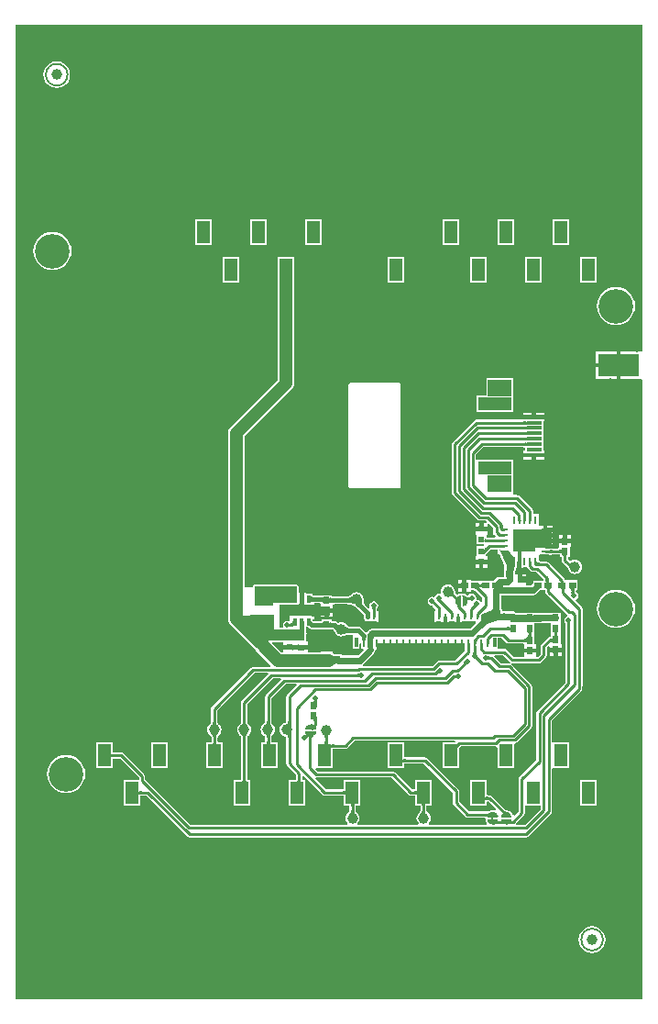
<source format=gtl>
G04*
G04 #@! TF.GenerationSoftware,Altium Limited,Altium Designer,19.0.15 (446)*
G04*
G04 Layer_Physical_Order=1*
G04 Layer_Color=255*
%FSLAX25Y25*%
%MOIN*%
G70*
G01*
G75*
%ADD12C,0.01000*%
%ADD16R,0.07087X0.03150*%
%ADD17R,0.07874X0.07874*%
%ADD18R,0.03150X0.01063*%
%ADD19R,0.01063X0.03150*%
%ADD20R,0.02362X0.02559*%
%ADD21R,0.05000X0.07992*%
%ADD22R,0.02362X0.02362*%
%ADD23R,0.02362X0.02362*%
%ADD24R,0.01378X0.02559*%
%ADD25R,0.06890X0.04173*%
%ADD26R,0.02559X0.02362*%
%ADD27R,0.14961X0.07992*%
%ADD28R,0.12205X0.04921*%
%ADD29R,0.08661X0.06299*%
%ADD30R,0.05512X0.01181*%
%ADD31R,0.00984X0.02047*%
%ADD32R,0.00984X0.02835*%
%ADD33R,0.01181X0.03347*%
%ADD58C,0.00600*%
%ADD59C,0.00600*%
%ADD60C,0.00591*%
%ADD61C,0.03937*%
%ADD62C,0.00787*%
%ADD63C,0.02362*%
%ADD64C,0.04724*%
%ADD65C,0.01575*%
%ADD66C,0.01181*%
%ADD67R,0.04331X0.03622*%
%ADD68R,0.20161X0.04501*%
%ADD69R,0.08300X0.11100*%
%ADD70R,0.32372X0.02902*%
%ADD71R,0.01575X0.05551*%
%ADD72R,0.13622X0.06772*%
%ADD73R,0.03752X0.03596*%
%ADD74R,0.21535X0.02992*%
%ADD75R,0.20354X0.03858*%
%ADD76R,0.02165X0.03819*%
%ADD77R,0.02323X0.04213*%
%ADD78R,0.14260X0.03937*%
%ADD79R,0.05900X0.08193*%
%ADD80R,0.15394X0.05887*%
%ADD81C,0.12598*%
%ADD82C,0.01968*%
%ADD83C,0.01575*%
G36*
X214600Y58921D02*
X214448Y58484D01*
X214100Y58484D01*
X206771D01*
Y53504D01*
Y48523D01*
X214100D01*
X214600Y48086D01*
X214600Y-176965D01*
X-13347Y-176965D01*
X-13347Y177244D01*
X214600Y177244D01*
X214600Y58921D01*
D02*
G37*
%LPC*%
G36*
X1575Y163929D02*
X313Y163763D01*
X-862Y163276D01*
X-1872Y162502D01*
X-2646Y161492D01*
X-3133Y160317D01*
X-3299Y159055D01*
X-3133Y157794D01*
X-2646Y156618D01*
X-1872Y155609D01*
X-862Y154834D01*
X313Y154347D01*
X1575Y154181D01*
X2836Y154347D01*
X4012Y154834D01*
X5021Y155609D01*
X5796Y156618D01*
X6283Y157794D01*
X6449Y159055D01*
X6283Y160317D01*
X5796Y161492D01*
X5021Y162502D01*
X4012Y163276D01*
X2836Y163763D01*
X1575Y163929D01*
D02*
G37*
G36*
X118465Y106732D02*
X115768D01*
Y102539D01*
X118465D01*
Y106732D01*
D02*
G37*
G36*
X114193D02*
X111496D01*
Y102539D01*
X114193D01*
Y106732D01*
D02*
G37*
G36*
X188080Y106348D02*
X181880D01*
Y97156D01*
X188080D01*
Y106348D01*
D02*
G37*
G36*
X168080D02*
X161880D01*
Y97156D01*
X168080D01*
Y106348D01*
D02*
G37*
G36*
X148080D02*
X141880D01*
Y97156D01*
X148080D01*
Y106348D01*
D02*
G37*
G36*
X98080D02*
X91880D01*
Y97156D01*
X98080D01*
Y106348D01*
D02*
G37*
G36*
X78080D02*
X71880D01*
Y97156D01*
X78080D01*
Y106348D01*
D02*
G37*
G36*
X58080D02*
X51880D01*
Y97156D01*
X58080D01*
Y106348D01*
D02*
G37*
G36*
X118465Y100964D02*
X115768D01*
Y96772D01*
X118465D01*
Y100964D01*
D02*
G37*
G36*
X114193D02*
X111496D01*
Y96772D01*
X114193D01*
Y100964D01*
D02*
G37*
G36*
X108465Y93228D02*
X105768D01*
Y89035D01*
X108465D01*
Y93228D01*
D02*
G37*
G36*
X104193D02*
X101496D01*
Y89035D01*
X104193D01*
Y93228D01*
D02*
G37*
G36*
X0Y101933D02*
X-1352Y101799D01*
X-2653Y101405D01*
X-3852Y100764D01*
X-4902Y99902D01*
X-5764Y98852D01*
X-6405Y97653D01*
X-6799Y96352D01*
X-6933Y95000D01*
X-6799Y93647D01*
X-6405Y92347D01*
X-5764Y91149D01*
X-4902Y90098D01*
X-3852Y89236D01*
X-2653Y88595D01*
X-1352Y88201D01*
X0Y88067D01*
X1352Y88201D01*
X2653Y88595D01*
X3852Y89236D01*
X4902Y90098D01*
X5764Y91149D01*
X6405Y92347D01*
X6799Y93647D01*
X6933Y95000D01*
X6799Y96352D01*
X6405Y97653D01*
X5764Y98852D01*
X4902Y99902D01*
X3852Y100764D01*
X2653Y101405D01*
X1352Y101799D01*
X0Y101933D01*
D02*
G37*
G36*
X198080Y92844D02*
X191880D01*
Y83652D01*
X198080D01*
Y92844D01*
D02*
G37*
G36*
X178080D02*
X171880D01*
Y83652D01*
X178080D01*
Y92844D01*
D02*
G37*
G36*
X158080D02*
X151880D01*
Y83652D01*
X158080D01*
Y92844D01*
D02*
G37*
G36*
X128080D02*
X121880D01*
Y83652D01*
X128080D01*
Y92844D01*
D02*
G37*
G36*
X68080D02*
X61880D01*
Y83652D01*
X68080D01*
Y92844D01*
D02*
G37*
G36*
X108465Y87461D02*
X105768D01*
Y83268D01*
X108465D01*
Y87461D01*
D02*
G37*
G36*
X104193D02*
X101496D01*
Y83268D01*
X104193D01*
Y87461D01*
D02*
G37*
G36*
X205000Y81933D02*
X203647Y81799D01*
X202347Y81405D01*
X201149Y80764D01*
X200098Y79902D01*
X199236Y78851D01*
X198595Y77653D01*
X198201Y76353D01*
X198067Y75000D01*
X198201Y73647D01*
X198595Y72347D01*
X199236Y71149D01*
X200098Y70098D01*
X201149Y69236D01*
X202347Y68595D01*
X203647Y68201D01*
X205000Y68067D01*
X206352Y68201D01*
X207653Y68595D01*
X208852Y69236D01*
X209902Y70098D01*
X210764Y71149D01*
X211405Y72347D01*
X211799Y73647D01*
X211933Y75000D01*
X211799Y76353D01*
X211405Y77653D01*
X210764Y78851D01*
X209902Y79902D01*
X208852Y80764D01*
X207653Y81405D01*
X206352Y81799D01*
X205000Y81933D01*
D02*
G37*
G36*
X205196Y58484D02*
X197519D01*
Y54291D01*
X205196D01*
Y58484D01*
D02*
G37*
G36*
Y52716D02*
X197519D01*
Y48523D01*
X205196D01*
Y52716D01*
D02*
G37*
G36*
X167708Y48828D02*
X157846D01*
Y42529D01*
X154303D01*
Y36408D01*
X167708D01*
Y41329D01*
X167708D01*
Y48828D01*
D02*
G37*
G36*
X178919Y36220D02*
X175966D01*
Y35433D01*
X178919D01*
Y36220D01*
D02*
G37*
G36*
X174391D02*
X171439D01*
Y35433D01*
X174391D01*
Y36220D01*
D02*
G37*
G36*
X88080Y92844D02*
X81880D01*
Y84354D01*
X81843Y84264D01*
X81846Y84255D01*
X81843Y84247D01*
X81969Y79522D01*
X81993Y79469D01*
Y74803D01*
Y48186D01*
X64816Y31010D01*
X64342Y30391D01*
X64043Y29671D01*
X63941Y28898D01*
X63941Y28898D01*
Y-38740D01*
X63941Y-38740D01*
X64043Y-39513D01*
X64342Y-40234D01*
X64816Y-40853D01*
X73242Y-49278D01*
X73602Y-49555D01*
X74009Y-50085D01*
X79440Y-55516D01*
X79233Y-56016D01*
X73079D01*
X73079Y-56016D01*
X72650Y-56102D01*
X72286Y-56345D01*
X72286Y-56345D01*
X58026Y-70605D01*
X57783Y-70969D01*
X57697Y-71398D01*
X57697Y-71398D01*
Y-75936D01*
X57670Y-75998D01*
X57665Y-76155D01*
X57655Y-76277D01*
X57638Y-76382D01*
X57617Y-76468D01*
X57593Y-76538D01*
X57569Y-76591D01*
X57545Y-76630D01*
X57523Y-76658D01*
X57501Y-76679D01*
X57443Y-76722D01*
X57411Y-76776D01*
X57353Y-76803D01*
X57332Y-76862D01*
X57066Y-77066D01*
X56654Y-77602D01*
X56395Y-78227D01*
X56307Y-78898D01*
X56395Y-79568D01*
X56654Y-80193D01*
X57066Y-80730D01*
X57531Y-81086D01*
X57548Y-81123D01*
X57606Y-81143D01*
X57642Y-81194D01*
X57700Y-81229D01*
X57715Y-81242D01*
X57731Y-81260D01*
X57750Y-81288D01*
X57771Y-81331D01*
X57794Y-81391D01*
X57814Y-81471D01*
X57831Y-81569D01*
X57842Y-81688D01*
X57847Y-81844D01*
X57850Y-81851D01*
X57847Y-81858D01*
X57875Y-81915D01*
Y-83185D01*
X57847Y-83247D01*
X57842Y-83417D01*
X57831Y-83542D01*
X57816Y-83636D01*
X57811Y-83652D01*
X55896D01*
Y-92844D01*
X62096D01*
Y-83652D01*
X60181D01*
X60176Y-83636D01*
X60161Y-83542D01*
X60150Y-83417D01*
X60145Y-83247D01*
X60118Y-83185D01*
Y-81853D01*
X60145Y-81791D01*
X60150Y-81634D01*
X60160Y-81511D01*
X60177Y-81406D01*
X60198Y-81318D01*
X60222Y-81248D01*
X60247Y-81194D01*
X60271Y-81154D01*
X60294Y-81125D01*
X60316Y-81103D01*
X60374Y-81059D01*
X60406Y-81004D01*
X60463Y-80977D01*
X60484Y-80918D01*
X60729Y-80730D01*
X61141Y-80193D01*
X61400Y-79568D01*
X61488Y-78898D01*
X61400Y-78227D01*
X61141Y-77602D01*
X60729Y-77066D01*
X60289Y-76727D01*
X60269Y-76686D01*
X60211Y-76665D01*
X60176Y-76614D01*
X60118Y-76578D01*
X60102Y-76564D01*
X60085Y-76545D01*
X60066Y-76516D01*
X60044Y-76472D01*
X60021Y-76411D01*
X60000Y-76330D01*
X59984Y-76230D01*
X59973Y-76112D01*
X59968Y-75956D01*
X59966Y-75952D01*
X59968Y-75948D01*
X59940Y-75889D01*
Y-71862D01*
X73543Y-58259D01*
X78282D01*
X78473Y-58721D01*
X68980Y-68214D01*
X68737Y-68578D01*
X68652Y-69007D01*
X68652Y-69007D01*
Y-75911D01*
X68624Y-75973D01*
X68620Y-76129D01*
X68609Y-76249D01*
X68592Y-76351D01*
X68571Y-76434D01*
X68548Y-76499D01*
X68525Y-76547D01*
X68503Y-76581D01*
X68484Y-76604D01*
X68465Y-76621D01*
X68407Y-76660D01*
X68352Y-76743D01*
X67932Y-77066D01*
X67520Y-77602D01*
X67261Y-78227D01*
X67173Y-78898D01*
X67261Y-79568D01*
X67520Y-80193D01*
X67932Y-80730D01*
X68352Y-81052D01*
X68407Y-81135D01*
X68465Y-81174D01*
X68484Y-81191D01*
X68503Y-81215D01*
X68525Y-81248D01*
X68548Y-81296D01*
X68571Y-81361D01*
X68592Y-81444D01*
X68609Y-81546D01*
X68620Y-81666D01*
X68624Y-81823D01*
X68652Y-81884D01*
Y-96689D01*
X68624Y-96751D01*
X68620Y-96921D01*
X68608Y-97046D01*
X68593Y-97140D01*
X68589Y-97156D01*
X65896D01*
Y-106348D01*
X72096D01*
Y-97156D01*
X70958D01*
X70954Y-97140D01*
X70938Y-97046D01*
X70927Y-96921D01*
X70922Y-96751D01*
X70895Y-96689D01*
Y-81879D01*
X70922Y-81817D01*
X70927Y-81661D01*
X70938Y-81541D01*
X70955Y-81438D01*
X70976Y-81354D01*
X70999Y-81288D01*
X71022Y-81239D01*
X71044Y-81204D01*
X71064Y-81180D01*
X71084Y-81163D01*
X71142Y-81122D01*
X71198Y-81034D01*
X71596Y-80730D01*
X72007Y-80193D01*
X72266Y-79568D01*
X72354Y-78898D01*
X72266Y-78227D01*
X72007Y-77602D01*
X71596Y-77066D01*
X71198Y-76761D01*
X71142Y-76673D01*
X71084Y-76633D01*
X71064Y-76615D01*
X71044Y-76591D01*
X71022Y-76556D01*
X70999Y-76507D01*
X70976Y-76441D01*
X70955Y-76357D01*
X70938Y-76255D01*
X70927Y-76134D01*
X70922Y-75978D01*
X70895Y-75916D01*
Y-69472D01*
X80229Y-60137D01*
X82991D01*
X83198Y-60637D01*
X77699Y-66136D01*
X77456Y-66500D01*
X77371Y-66929D01*
X77371Y-66929D01*
Y-75860D01*
X77345Y-75912D01*
X77350Y-75927D01*
X77343Y-75942D01*
X77338Y-76098D01*
X77327Y-76215D01*
X77310Y-76313D01*
X77290Y-76390D01*
X77268Y-76448D01*
X77248Y-76488D01*
X77230Y-76513D01*
X77216Y-76529D01*
X77203Y-76539D01*
X77146Y-76573D01*
X77145Y-76573D01*
X77145Y-76573D01*
X77099Y-76634D01*
X77051Y-76654D01*
X76515Y-77066D01*
X76103Y-77602D01*
X75844Y-78227D01*
X75756Y-78898D01*
X75844Y-79568D01*
X76103Y-80193D01*
X76515Y-80730D01*
X77051Y-81141D01*
X77099Y-81161D01*
X77145Y-81222D01*
X77145Y-81222D01*
X77146Y-81223D01*
X77203Y-81256D01*
X77216Y-81267D01*
X77230Y-81282D01*
X77248Y-81307D01*
X77268Y-81347D01*
X77290Y-81405D01*
X77310Y-81482D01*
X77327Y-81580D01*
X77338Y-81698D01*
X77343Y-81853D01*
X77350Y-81868D01*
X77345Y-81884D01*
X77371Y-81935D01*
Y-83185D01*
X77343Y-83247D01*
X77338Y-83417D01*
X77327Y-83542D01*
X77312Y-83636D01*
X77307Y-83652D01*
X75896D01*
Y-92844D01*
X82096D01*
Y-83652D01*
X79677D01*
X79672Y-83636D01*
X79657Y-83542D01*
X79646Y-83417D01*
X79641Y-83247D01*
X79614Y-83185D01*
Y-81837D01*
X79641Y-81775D01*
X79646Y-81618D01*
X79656Y-81494D01*
X79673Y-81387D01*
X79694Y-81298D01*
X79718Y-81225D01*
X79743Y-81168D01*
X79768Y-81125D01*
X79792Y-81093D01*
X79816Y-81069D01*
X79873Y-81023D01*
X79931Y-80920D01*
X80178Y-80730D01*
X80590Y-80193D01*
X80849Y-79568D01*
X80937Y-78898D01*
X80849Y-78227D01*
X80590Y-77602D01*
X80178Y-77066D01*
X79931Y-76876D01*
X79873Y-76772D01*
X79816Y-76726D01*
X79792Y-76702D01*
X79768Y-76670D01*
X79743Y-76627D01*
X79718Y-76570D01*
X79694Y-76498D01*
X79673Y-76408D01*
X79656Y-76301D01*
X79646Y-76178D01*
X79641Y-76020D01*
X79614Y-75959D01*
Y-67394D01*
X84786Y-62222D01*
X88677D01*
X88868Y-62683D01*
X85427Y-66124D01*
X85184Y-66488D01*
X85099Y-66918D01*
X85099Y-66918D01*
Y-75886D01*
X85071Y-75947D01*
X85067Y-76104D01*
X85057Y-76215D01*
X85043Y-76293D01*
X84526Y-76361D01*
X83902Y-76620D01*
X83365Y-77031D01*
X82953Y-77568D01*
X82695Y-78193D01*
X82606Y-78863D01*
X82695Y-79534D01*
X82953Y-80159D01*
X83365Y-80695D01*
X83902Y-81107D01*
X84526Y-81366D01*
X85043Y-81433D01*
X85057Y-81511D01*
X85067Y-81622D01*
X85071Y-81779D01*
X85099Y-81841D01*
Y-91121D01*
X85099Y-91121D01*
X85184Y-91550D01*
X85427Y-91914D01*
X88642Y-95129D01*
Y-96689D01*
X88615Y-96751D01*
X88610Y-96921D01*
X88599Y-97046D01*
X88583Y-97140D01*
X88579Y-97156D01*
X85896D01*
Y-106348D01*
X92096D01*
Y-97156D01*
X90948D01*
X90944Y-97140D01*
X90929Y-97046D01*
X90917Y-96921D01*
X90913Y-96751D01*
X90885Y-96689D01*
Y-95762D01*
X91347Y-95571D01*
X98321Y-102545D01*
X98321Y-102545D01*
X98685Y-102788D01*
X99114Y-102874D01*
X105429D01*
X105491Y-102901D01*
X105664Y-102906D01*
X105791Y-102917D01*
X105888Y-102933D01*
X105896Y-102935D01*
Y-106348D01*
X107951D01*
X107953Y-106356D01*
X107969Y-106453D01*
X107980Y-106580D01*
X107985Y-106753D01*
X108012Y-106815D01*
Y-108040D01*
X107985Y-108101D01*
X107980Y-108257D01*
X107969Y-108378D01*
X107952Y-108480D01*
X107931Y-108563D01*
X107908Y-108629D01*
X107885Y-108677D01*
X107863Y-108712D01*
X107843Y-108735D01*
X107825Y-108753D01*
X107766Y-108792D01*
X107732Y-108845D01*
X107675Y-108869D01*
X107652Y-108923D01*
X107302Y-109192D01*
X106890Y-109728D01*
X106632Y-110353D01*
X106543Y-111024D01*
X106632Y-111694D01*
X106890Y-112319D01*
X107302Y-112856D01*
X107359Y-112899D01*
X107189Y-113399D01*
X50162D01*
X33718Y-96955D01*
Y-95785D01*
X33718Y-95785D01*
X33632Y-95356D01*
X33389Y-94992D01*
X33389Y-94992D01*
X25852Y-87455D01*
X25488Y-87212D01*
X25059Y-87126D01*
X25059Y-87126D01*
X22563D01*
X22501Y-87099D01*
X22329Y-87094D01*
X22201Y-87083D01*
X22105Y-87067D01*
X22096Y-87065D01*
Y-83652D01*
X15896D01*
Y-92844D01*
X22096D01*
Y-89431D01*
X22105Y-89429D01*
X22201Y-89413D01*
X22329Y-89402D01*
X22501Y-89397D01*
X22563Y-89370D01*
X24595D01*
X31475Y-96250D01*
Y-97156D01*
X25896D01*
Y-106348D01*
X32096D01*
Y-102935D01*
X32105Y-102933D01*
X32201Y-102917D01*
X32329Y-102906D01*
X32501Y-102901D01*
X32563Y-102874D01*
X34201D01*
X49049Y-117722D01*
X49049Y-117722D01*
X49413Y-117965D01*
X49843Y-118051D01*
X49843Y-118051D01*
X172302D01*
X172302Y-118051D01*
X172731Y-117965D01*
X173095Y-117722D01*
X181423Y-109394D01*
X181423Y-109394D01*
X181666Y-109030D01*
X181752Y-108601D01*
X181752Y-108601D01*
Y-93283D01*
X181900Y-92844D01*
X182252Y-92844D01*
X188100D01*
Y-83652D01*
X182252D01*
X181900Y-83652D01*
X181752Y-83214D01*
Y-75543D01*
X192450Y-64844D01*
X192450Y-64844D01*
X192694Y-64480D01*
X192779Y-64051D01*
Y-63124D01*
X192789Y-63076D01*
Y-35047D01*
X192703Y-34618D01*
X192460Y-34254D01*
X192460Y-34254D01*
X190368Y-32162D01*
X190514Y-31601D01*
X190906Y-31339D01*
X191256Y-30815D01*
X191379Y-30196D01*
X191256Y-29578D01*
X190906Y-29054D01*
X190382Y-28704D01*
X190356Y-28671D01*
X190370Y-28526D01*
X190416Y-28416D01*
X190540Y-28198D01*
X191033D01*
Y-24636D01*
X186519D01*
X186508Y-24610D01*
X186450Y-24315D01*
X186206Y-23951D01*
X186206Y-23951D01*
X180254Y-17998D01*
X179890Y-17755D01*
X179461Y-17670D01*
X179461Y-17670D01*
X177307D01*
X177245Y-17642D01*
X177073Y-17638D01*
X176946Y-17627D01*
X176851Y-17611D01*
X176840Y-17608D01*
Y-15707D01*
X176989Y-15454D01*
X177242Y-15305D01*
X180724D01*
X180815Y-15342D01*
X180831Y-15336D01*
X180847Y-15341D01*
X181847Y-15292D01*
X181904Y-15265D01*
X184090D01*
X184153Y-15293D01*
X184325Y-15297D01*
X184453Y-15308D01*
X184549Y-15324D01*
X184557Y-15327D01*
Y-15994D01*
X185203D01*
X185207Y-16010D01*
X185223Y-16104D01*
X185234Y-16229D01*
X185239Y-16399D01*
X185266Y-16461D01*
Y-17333D01*
X185266Y-17333D01*
X185352Y-17762D01*
X185595Y-18126D01*
X186911Y-19442D01*
X186937Y-19507D01*
X187053Y-19627D01*
X187146Y-19729D01*
X187313Y-19937D01*
X187370Y-20019D01*
X187420Y-20099D01*
X187458Y-20171D01*
X187486Y-20233D01*
X187505Y-20285D01*
X187523Y-20357D01*
X187565Y-20412D01*
X187570Y-20481D01*
X187594Y-20502D01*
X187835Y-21084D01*
X188247Y-21621D01*
X188783Y-22033D01*
X189408Y-22291D01*
X190078Y-22380D01*
X190749Y-22291D01*
X191374Y-22033D01*
X191910Y-21621D01*
X192322Y-21084D01*
X192581Y-20459D01*
X192669Y-19789D01*
X192581Y-19118D01*
X192322Y-18494D01*
X191910Y-17957D01*
X191374Y-17545D01*
X190749Y-17287D01*
X190078Y-17198D01*
X189408Y-17287D01*
X188783Y-17545D01*
X188565Y-17712D01*
X188505Y-17717D01*
X188187Y-17506D01*
X188167Y-17499D01*
X188092Y-17450D01*
X187509Y-16868D01*
Y-16461D01*
X187537Y-16399D01*
X187541Y-16229D01*
X187552Y-16104D01*
X187568Y-16010D01*
X187573Y-15994D01*
X188120D01*
Y-12638D01*
X188504D01*
Y-11161D01*
X184173D01*
Y-12638D01*
X183894Y-13022D01*
X181882D01*
X181815Y-12994D01*
X181815Y-12992D01*
X179252D01*
Y-11417D01*
X181811D01*
Y-11024D01*
X179252D01*
Y-9449D01*
X181811D01*
Y-9055D01*
X179252D01*
Y-7480D01*
X181811D01*
Y-7087D01*
X179252D01*
Y-6299D01*
X178465D01*
Y-4783D01*
X177132D01*
X176840Y-4783D01*
X176840Y-4492D01*
Y-581D01*
X175272D01*
X174996Y-301D01*
X174921Y-193D01*
X174893Y-126D01*
Y499D01*
X174808Y928D01*
X174565Y1292D01*
X174565Y1292D01*
X169788Y6069D01*
X169424Y6312D01*
X168995Y6397D01*
X168995Y6397D01*
X168089D01*
X167708Y6684D01*
X167708Y6897D01*
Y14183D01*
X167708D01*
Y19104D01*
X154510D01*
X154303Y19104D01*
X154010Y19483D01*
Y20928D01*
X156764Y23682D01*
X171359D01*
X171422Y23654D01*
X171823Y23646D01*
Y22441D01*
X171439D01*
Y21654D01*
X171823D01*
Y21644D01*
X175179D01*
X178535D01*
Y21654D01*
X178919D01*
Y22441D01*
X178535D01*
Y25581D01*
Y29518D01*
Y33071D01*
X178919D01*
Y33858D01*
X178535D01*
Y33868D01*
X175179D01*
X172525D01*
X172435Y33905D01*
X172374Y33880D01*
X172309Y33893D01*
X172275Y33871D01*
X172231Y33868D01*
X171823D01*
Y33858D01*
X171439D01*
Y33827D01*
X171432Y33827D01*
X171366Y33799D01*
X154354D01*
X154353Y33799D01*
X153924Y33713D01*
X153560Y33470D01*
X145572Y25482D01*
X145329Y25118D01*
X145244Y24689D01*
X145244Y24689D01*
Y7135D01*
X145244Y7135D01*
X145329Y6706D01*
X145572Y6342D01*
X154522Y-2607D01*
X154522Y-2607D01*
X154886Y-2850D01*
X155315Y-2936D01*
X157756D01*
X158055Y-3305D01*
X157869Y-3740D01*
X156890D01*
Y-5118D01*
X158268D01*
Y-4110D01*
X158768Y-3903D01*
X160335Y-5470D01*
Y-7239D01*
X160335Y-7239D01*
X160421Y-7668D01*
X160664Y-8032D01*
X161215Y-8583D01*
X161007Y-9083D01*
X158351D01*
X158288Y-9055D01*
X158116Y-9051D01*
X157990Y-9040D01*
X157894Y-9024D01*
X157884Y-9021D01*
Y-8071D01*
X158268D01*
Y-6693D01*
X153937D01*
Y-8071D01*
X154321D01*
Y-11624D01*
X156792D01*
X156858Y-11678D01*
X157044Y-12124D01*
X156934Y-12235D01*
X154203D01*
Y-15787D01*
X153819D01*
Y-17165D01*
X155984D01*
X158150D01*
Y-15787D01*
X157765D01*
Y-15303D01*
X157801Y-15232D01*
X157805Y-15177D01*
X157810Y-15154D01*
X157823Y-15113D01*
X157849Y-15056D01*
X157888Y-14984D01*
X157943Y-14899D01*
X158009Y-14809D01*
X158207Y-14578D01*
X158328Y-14453D01*
X158353Y-14388D01*
X159415Y-13326D01*
X161640D01*
X161652Y-13328D01*
X161668Y-13331D01*
X161723Y-13354D01*
X161723Y-13354D01*
X162104Y-13408D01*
X162117Y-13639D01*
Y-15305D01*
X162756D01*
X164404Y-19001D01*
Y-23457D01*
X162730D01*
X162035Y-23595D01*
X161445Y-23989D01*
X160680Y-24754D01*
X156021D01*
X155817Y-24754D01*
Y-24754D01*
X155521D01*
Y-24754D01*
X152165D01*
Y-24370D01*
X150689D01*
Y-26535D01*
Y-28701D01*
X152165D01*
Y-28317D01*
X153239D01*
X153252Y-28326D01*
X153304Y-28317D01*
X153351Y-28340D01*
X153422Y-28317D01*
X153686D01*
X153735Y-28345D01*
X153849Y-28424D01*
X154173Y-28699D01*
X154360Y-28879D01*
X154425Y-28904D01*
X156358Y-30838D01*
Y-32614D01*
X155863Y-32689D01*
X155513Y-32165D01*
X154989Y-31815D01*
X154371Y-31692D01*
X154119Y-31232D01*
X154145Y-31102D01*
X154022Y-30484D01*
X153672Y-29960D01*
X153148Y-29610D01*
X152530Y-29487D01*
X151912Y-29610D01*
X151388Y-29960D01*
X151349Y-30017D01*
X151345Y-30018D01*
X151342Y-30019D01*
X151332Y-30020D01*
X151315Y-30031D01*
X151307Y-30033D01*
X151305Y-30035D01*
X151302Y-30036D01*
X151276Y-30043D01*
X151243Y-30049D01*
X151106Y-30061D01*
X151022Y-30063D01*
X150988Y-30078D01*
X150951Y-30068D01*
X150726Y-29983D01*
X150634Y-29954D01*
X150598Y-29918D01*
X150536Y-29892D01*
X150498Y-29836D01*
X150244Y-29667D01*
X150155Y-29650D01*
X150086Y-29591D01*
X149620Y-29440D01*
X149520Y-29447D01*
X149428Y-29408D01*
X149301Y-29458D01*
X149250Y-29469D01*
X149124Y-29479D01*
X149109Y-29496D01*
X148613Y-29534D01*
X148611Y-29533D01*
X148568Y-29504D01*
X148476Y-29486D01*
X148413Y-29464D01*
X148376Y-29466D01*
X148217Y-29435D01*
X148073Y-29463D01*
X148007Y-29457D01*
X147989Y-29462D01*
X147988Y-29462D01*
X147960Y-29465D01*
X147911Y-29486D01*
X147608Y-29580D01*
X147541Y-29636D01*
X147455Y-29651D01*
X147409Y-29679D01*
X146923Y-29599D01*
X146813Y-29483D01*
X146728Y-29384D01*
X146658Y-29292D01*
X146601Y-29206D01*
X146558Y-29129D01*
X146526Y-29059D01*
X146505Y-29000D01*
X146493Y-28948D01*
X146487Y-28903D01*
X146487Y-28825D01*
X146461Y-28765D01*
X146473Y-28700D01*
X146452Y-28669D01*
X146373Y-28070D01*
X146115Y-27445D01*
X145703Y-26908D01*
X145166Y-26497D01*
X144541Y-26238D01*
X143871Y-26149D01*
X143200Y-26238D01*
X142576Y-26497D01*
X142039Y-26908D01*
X141627Y-27445D01*
X141368Y-28070D01*
X141280Y-28740D01*
X141318Y-29028D01*
X140869Y-29448D01*
X140669Y-29408D01*
X140051Y-29531D01*
X139527Y-29881D01*
X139192Y-30382D01*
X139054Y-30538D01*
X138728Y-30673D01*
X138110Y-30550D01*
X137492Y-30673D01*
X136968Y-31023D01*
X136618Y-31547D01*
X136495Y-32165D01*
X136618Y-32783D01*
X136968Y-33307D01*
X137492Y-33658D01*
X138000Y-33759D01*
X138005Y-33761D01*
X138014Y-33767D01*
X138032Y-33782D01*
X138041Y-33785D01*
X138048Y-33790D01*
X138064Y-33793D01*
X138067Y-33794D01*
X138086Y-33805D01*
X138116Y-33824D01*
X138149Y-33848D01*
X138260Y-33943D01*
X138323Y-34003D01*
X138388Y-34029D01*
X139430Y-35071D01*
Y-35787D01*
X138976D01*
Y-37795D01*
Y-39803D01*
X139665D01*
Y-39419D01*
X141437D01*
Y-39803D01*
X142126D01*
Y-37795D01*
X143701D01*
Y-39803D01*
X144390D01*
Y-39419D01*
X146161D01*
Y-39803D01*
X146850D01*
Y-37795D01*
X148425D01*
Y-39803D01*
X149114D01*
Y-39419D01*
X151092D01*
Y-39419D01*
X151270D01*
Y-39419D01*
X153132D01*
X153454Y-39419D01*
Y-39419D01*
X153632D01*
X153777Y-39517D01*
X153808Y-39569D01*
X153836Y-39651D01*
X153842Y-40117D01*
X151786Y-42173D01*
X117068D01*
X117009Y-42185D01*
X116346D01*
X116284Y-42211D01*
X116219Y-42198D01*
X115916Y-42258D01*
X115860Y-42295D01*
X115794D01*
X115508Y-42413D01*
X115461Y-42460D01*
X115396Y-42473D01*
X115139Y-42645D01*
X115102Y-42700D01*
X115041Y-42726D01*
X114931Y-42835D01*
X114931Y-42835D01*
X114931Y-42835D01*
X114754Y-43012D01*
X114729Y-43074D01*
X114673Y-43111D01*
X114416Y-43497D01*
X114368Y-43539D01*
X114166Y-43626D01*
X113811Y-43599D01*
X112164Y-41952D01*
X111705Y-41646D01*
X111164Y-41538D01*
X108649D01*
X108601Y-41516D01*
X108386Y-41508D01*
X108207Y-41487D01*
X108040Y-41452D01*
X107884Y-41404D01*
X107736Y-41344D01*
X107595Y-41270D01*
X107461Y-41182D01*
X107331Y-41079D01*
X107205Y-40960D01*
X107066Y-40804D01*
X106973Y-40759D01*
X106891Y-40652D01*
X106354Y-40241D01*
X105730Y-39982D01*
X105059Y-39894D01*
X104389Y-39982D01*
X104001Y-40142D01*
X103861Y-40017D01*
X103770Y-39927D01*
X103666Y-39885D01*
X103297Y-39638D01*
X102756Y-39530D01*
X102534D01*
X102484Y-39508D01*
X102204Y-39501D01*
X101978Y-39483D01*
X101795Y-39454D01*
X101656Y-39419D01*
X101566Y-39385D01*
X101541Y-39371D01*
X101539Y-39349D01*
X101505Y-39288D01*
Y-38809D01*
X100984D01*
X100893Y-38772D01*
X100858Y-38787D01*
X100821Y-38776D01*
X100760Y-38809D01*
X98688D01*
X98628Y-38776D01*
X98591Y-38787D01*
X98555Y-38772D01*
X98465Y-38809D01*
X97943D01*
Y-39288D01*
X97910Y-39349D01*
X97908Y-39371D01*
X97883Y-39385D01*
X97793Y-39419D01*
X97654Y-39454D01*
X97471Y-39483D01*
X97245Y-39501D01*
X96965Y-39508D01*
X96915Y-39530D01*
X94858D01*
X94583Y-39256D01*
X94557Y-39238D01*
Y-38701D01*
X95138D01*
Y-36417D01*
X90709D01*
X86279D01*
Y-38701D01*
X86279D01*
X86593Y-39120D01*
X86576Y-39241D01*
X86093Y-39481D01*
X86051Y-39452D01*
X85433Y-39329D01*
X84815Y-39452D01*
X84291Y-39803D01*
X83941Y-40327D01*
X83818Y-40945D01*
X83910Y-41410D01*
X83617Y-41910D01*
X82638D01*
Y-33445D01*
X86279D01*
Y-34843D01*
X90709D01*
X95138D01*
Y-32946D01*
X95250Y-32937D01*
X95530Y-32933D01*
X95581Y-32911D01*
X97404D01*
X97559Y-33347D01*
X97559Y-33347D01*
X97559D01*
X97559Y-33347D01*
Y-34823D01*
X99724D01*
X101890D01*
Y-33353D01*
X102198Y-33331D01*
X102478Y-33327D01*
X102530Y-33304D01*
X107377D01*
X107428Y-33327D01*
X107665Y-33331D01*
X107872Y-33344D01*
X108288Y-33400D01*
X108466Y-33437D01*
X108642Y-33485D01*
X108809Y-33540D01*
X108967Y-33602D01*
X109117Y-33673D01*
X109277Y-33760D01*
X109370Y-33771D01*
X109611Y-33870D01*
X109701Y-33958D01*
X109815Y-34003D01*
X109910Y-34049D01*
X110169Y-34205D01*
X110288Y-34289D01*
X110961Y-34865D01*
X111140Y-35039D01*
X111193Y-35060D01*
X113152Y-37020D01*
Y-37795D01*
X113260Y-38337D01*
X113475Y-38658D01*
Y-39419D01*
X115337D01*
X115659Y-39419D01*
Y-39419D01*
X115837D01*
Y-39419D01*
X117815D01*
Y-39803D01*
X118504D01*
Y-37795D01*
Y-35787D01*
X118291D01*
X118086Y-35339D01*
X118079Y-35287D01*
X118085Y-35136D01*
X118090Y-35083D01*
X118098Y-35035D01*
X118105Y-35000D01*
X118112Y-34979D01*
X118113Y-34977D01*
X118122Y-34963D01*
X118124Y-34955D01*
X118128Y-34946D01*
X118130Y-34923D01*
X118132Y-34912D01*
X118134Y-34907D01*
X118421Y-34476D01*
X118544Y-33858D01*
X118421Y-33240D01*
X118071Y-32716D01*
X117547Y-32366D01*
X116929Y-32243D01*
X116311Y-32366D01*
X115787Y-32716D01*
X115437Y-33240D01*
X115314Y-33858D01*
X115437Y-34476D01*
X115575Y-34683D01*
X115556Y-34716D01*
X114925Y-34792D01*
X113665Y-33531D01*
X113647Y-33483D01*
X113498Y-33321D01*
X113388Y-33181D01*
X113299Y-33043D01*
X113230Y-32907D01*
X113178Y-32772D01*
X113142Y-32637D01*
X113121Y-32499D01*
X113115Y-32355D01*
X113125Y-32204D01*
X113156Y-32014D01*
X113129Y-31896D01*
X113181Y-31496D01*
X113093Y-30825D01*
X112834Y-30201D01*
X112422Y-29664D01*
X111886Y-29252D01*
X111261Y-28994D01*
X110591Y-28905D01*
X109920Y-28994D01*
X109295Y-29252D01*
X108759Y-29664D01*
X108727Y-29706D01*
X108649Y-29740D01*
X108501Y-29895D01*
X108366Y-30015D01*
X108228Y-30118D01*
X108086Y-30207D01*
X107939Y-30281D01*
X107785Y-30342D01*
X107625Y-30389D01*
X107456Y-30424D01*
X107276Y-30445D01*
X107062Y-30453D01*
X107015Y-30475D01*
X106982D01*
X106945Y-30469D01*
X106935Y-30475D01*
X102539D01*
X102491Y-30453D01*
X101947Y-30434D01*
X101754Y-30414D01*
X101597Y-30387D01*
X101505Y-30363D01*
Y-29991D01*
X100984D01*
X100893Y-29953D01*
X100842Y-29974D01*
X100787Y-29962D01*
X100741Y-29991D01*
X97943D01*
Y-30081D01*
X95590D01*
X95542Y-30060D01*
X94996Y-30041D01*
X94802Y-30021D01*
X94643Y-29995D01*
X94557Y-29974D01*
Y-29616D01*
X94035D01*
X93945Y-29579D01*
X93891Y-29601D01*
X93834Y-29589D01*
X93790Y-29616D01*
X92382D01*
Y-29232D01*
X91496D01*
Y-31496D01*
X89921D01*
Y-29232D01*
X89508D01*
Y-26908D01*
X89317Y-26449D01*
X88858Y-26259D01*
X73465D01*
X73005Y-26449D01*
X72815Y-26908D01*
Y-27047D01*
X69917D01*
Y27660D01*
X87093Y44836D01*
X87093Y44836D01*
X87568Y45455D01*
X87866Y46176D01*
X87968Y46949D01*
X87968Y46949D01*
Y74803D01*
Y79480D01*
X87992Y79536D01*
X88003Y81939D01*
X88049Y83652D01*
X88080D01*
Y84078D01*
X88087Y84120D01*
X88080Y84145D01*
Y84174D01*
X88118Y84264D01*
X88080Y84354D01*
Y84399D01*
X88085Y84466D01*
X88080Y84472D01*
Y92844D01*
D02*
G37*
G36*
X178919Y20079D02*
X175966D01*
Y19291D01*
X178919D01*
Y20079D01*
D02*
G37*
G36*
X174391D02*
X171439D01*
Y19291D01*
X174391D01*
Y20079D01*
D02*
G37*
G36*
X126102Y47106D02*
X108267D01*
X107808Y46916D01*
X107618Y46457D01*
Y9370D01*
X107808Y8911D01*
X108267Y8720D01*
X126102D01*
X126561Y8911D01*
X126751Y9370D01*
Y46457D01*
X126561Y46916D01*
X126102Y47106D01*
D02*
G37*
G36*
X155315Y-3740D02*
X153937D01*
Y-5118D01*
X155315D01*
Y-3740D01*
D02*
G37*
G36*
X180039Y-4783D02*
Y-5512D01*
X181811D01*
Y-4783D01*
X180039D01*
D02*
G37*
G36*
X188504Y-8110D02*
X187126D01*
Y-9587D01*
X188504D01*
Y-8110D01*
D02*
G37*
G36*
X185551D02*
X184173D01*
Y-9587D01*
X185551D01*
Y-8110D01*
D02*
G37*
G36*
X158150Y-18740D02*
X156772D01*
Y-20118D01*
X158150D01*
Y-18740D01*
D02*
G37*
G36*
X155197D02*
X153819D01*
Y-20118D01*
X155197D01*
Y-18740D01*
D02*
G37*
G36*
X149114Y-24370D02*
X147638D01*
Y-25748D01*
X149114D01*
Y-24370D01*
D02*
G37*
G36*
Y-27323D02*
X147638D01*
Y-28701D01*
X149114D01*
Y-27323D01*
D02*
G37*
G36*
X101890Y-36398D02*
X100512D01*
Y-37874D01*
X101890D01*
Y-36398D01*
D02*
G37*
G36*
X98937D02*
X97559D01*
Y-37874D01*
X98937D01*
Y-36398D01*
D02*
G37*
G36*
X137402Y-35787D02*
X136614D01*
Y-37795D01*
Y-39803D01*
X137402D01*
Y-37795D01*
Y-35787D01*
D02*
G37*
G36*
X135039D02*
X134252D01*
Y-37795D01*
Y-39803D01*
X135039D01*
Y-37795D01*
Y-35787D01*
D02*
G37*
G36*
X132677D02*
X131890D01*
Y-37795D01*
Y-39803D01*
X132677D01*
Y-37795D01*
Y-35787D01*
D02*
G37*
G36*
X130315D02*
X129528D01*
Y-37795D01*
Y-39803D01*
X130315D01*
Y-37795D01*
Y-35787D01*
D02*
G37*
G36*
X127953D02*
X127165D01*
Y-37795D01*
Y-39803D01*
X127953D01*
Y-37795D01*
Y-35787D01*
D02*
G37*
G36*
X125591D02*
X124803D01*
Y-37795D01*
Y-39803D01*
X125591D01*
Y-37795D01*
Y-35787D01*
D02*
G37*
G36*
X123228D02*
X122441D01*
Y-37795D01*
Y-39803D01*
X123228D01*
Y-37795D01*
Y-35787D01*
D02*
G37*
G36*
X120866D02*
X120079D01*
Y-37795D01*
Y-39803D01*
X120866D01*
Y-37795D01*
Y-35787D01*
D02*
G37*
G36*
X205000Y-28067D02*
X203647Y-28201D01*
X202347Y-28595D01*
X201149Y-29236D01*
X200098Y-30098D01*
X199236Y-31148D01*
X198595Y-32347D01*
X198201Y-33648D01*
X198067Y-35000D01*
X198201Y-36353D01*
X198595Y-37653D01*
X199236Y-38851D01*
X200098Y-39902D01*
X201149Y-40764D01*
X202347Y-41405D01*
X203647Y-41799D01*
X205000Y-41933D01*
X206352Y-41799D01*
X207653Y-41405D01*
X208852Y-40764D01*
X209902Y-39902D01*
X210764Y-38851D01*
X211405Y-37653D01*
X211799Y-36353D01*
X211933Y-35000D01*
X211799Y-33648D01*
X211405Y-32347D01*
X210764Y-31148D01*
X209902Y-30098D01*
X208852Y-29236D01*
X207653Y-28595D01*
X206352Y-28201D01*
X205000Y-28067D01*
D02*
G37*
G36*
X42096Y-83652D02*
X35896D01*
Y-92844D01*
X42096D01*
Y-83652D01*
D02*
G37*
G36*
X52480Y-96772D02*
X49783D01*
Y-100964D01*
X52480D01*
Y-96772D01*
D02*
G37*
G36*
X48209D02*
X45512D01*
Y-100964D01*
X48209D01*
Y-96772D01*
D02*
G37*
G36*
X5000Y-88067D02*
X3647Y-88201D01*
X2347Y-88595D01*
X1149Y-89236D01*
X98Y-90098D01*
X-764Y-91149D01*
X-1405Y-92347D01*
X-1799Y-93647D01*
X-1933Y-95000D01*
X-1799Y-96352D01*
X-1405Y-97653D01*
X-764Y-98852D01*
X98Y-99902D01*
X1149Y-100764D01*
X2347Y-101405D01*
X3647Y-101799D01*
X5000Y-101933D01*
X6352Y-101799D01*
X7653Y-101405D01*
X8851Y-100764D01*
X9902Y-99902D01*
X10764Y-98852D01*
X11405Y-97653D01*
X11799Y-96352D01*
X11933Y-95000D01*
X11799Y-93647D01*
X11405Y-92347D01*
X10764Y-91149D01*
X9902Y-90098D01*
X8851Y-89236D01*
X7653Y-88595D01*
X6352Y-88201D01*
X5000Y-88067D01*
D02*
G37*
G36*
X198100Y-97156D02*
X191900D01*
Y-106348D01*
X198100D01*
Y-97156D01*
D02*
G37*
G36*
X52480Y-102539D02*
X49783D01*
Y-106732D01*
X52480D01*
Y-102539D01*
D02*
G37*
G36*
X48209D02*
X45512D01*
Y-106732D01*
X48209D01*
Y-102539D01*
D02*
G37*
G36*
X196299Y-150284D02*
X195038Y-150450D01*
X193862Y-150936D01*
X192853Y-151711D01*
X192078Y-152720D01*
X191591Y-153896D01*
X191425Y-155157D01*
X191591Y-156419D01*
X192078Y-157595D01*
X192853Y-158604D01*
X193862Y-159379D01*
X195038Y-159865D01*
X196299Y-160031D01*
X197561Y-159865D01*
X198736Y-159379D01*
X199746Y-158604D01*
X200520Y-157595D01*
X201007Y-156419D01*
X201173Y-155157D01*
X201007Y-153896D01*
X200520Y-152720D01*
X199746Y-151711D01*
X198736Y-150936D01*
X197561Y-150450D01*
X196299Y-150284D01*
D02*
G37*
%LPD*%
G36*
X87444Y84217D02*
X87423Y84075D01*
X87404Y83839D01*
X87354Y81949D01*
X87343Y79540D01*
X82618D01*
X82492Y84264D01*
X87468D01*
X87444Y84217D01*
D02*
G37*
G36*
X172435Y32099D02*
X172425Y32114D01*
X172395Y32127D01*
X172345Y32139D01*
X172275Y32149D01*
X172075Y32165D01*
X171435Y32177D01*
Y33177D01*
X171625Y33178D01*
X172395Y33227D01*
X172425Y33241D01*
X172435Y33256D01*
Y32099D01*
D02*
G37*
G36*
Y30130D02*
X172425Y30145D01*
X172395Y30158D01*
X172345Y30170D01*
X172275Y30180D01*
X172075Y30196D01*
X171435Y30209D01*
Y31209D01*
X171625Y31209D01*
X172395Y31259D01*
X172425Y31272D01*
X172435Y31287D01*
Y30130D01*
D02*
G37*
G36*
Y28162D02*
X172425Y28177D01*
X172395Y28190D01*
X172345Y28202D01*
X172275Y28212D01*
X172075Y28228D01*
X171435Y28240D01*
Y29240D01*
X171625Y29241D01*
X172395Y29290D01*
X172425Y29304D01*
X172435Y29319D01*
Y28162D01*
D02*
G37*
G36*
Y26193D02*
X172425Y26208D01*
X172395Y26221D01*
X172345Y26233D01*
X172275Y26243D01*
X172075Y26259D01*
X171435Y26272D01*
Y27272D01*
X171625Y27272D01*
X172395Y27322D01*
X172425Y27335D01*
X172435Y27350D01*
Y26193D01*
D02*
G37*
G36*
Y24225D02*
X172425Y24239D01*
X172395Y24253D01*
X172345Y24265D01*
X172275Y24275D01*
X172075Y24291D01*
X171435Y24303D01*
Y25303D01*
X171625Y25304D01*
X172395Y25353D01*
X172425Y25367D01*
X172435Y25382D01*
Y24225D01*
D02*
G37*
G36*
X174260Y-1193D02*
X173221D01*
X173230Y-1183D01*
X173239Y-1153D01*
X173247Y-1103D01*
X173253Y-1033D01*
X173267Y-703D01*
X173272Y-193D01*
X174272D01*
X174260Y-1193D01*
D02*
G37*
G36*
X172291D02*
X171252D01*
X171250Y-1183D01*
X171248Y-1153D01*
X171241Y-703D01*
X171240Y-193D01*
X172240D01*
X172291Y-1193D01*
D02*
G37*
G36*
X163722Y-4971D02*
X163736Y-5143D01*
X163761Y-5294D01*
X163796Y-5426D01*
X163841Y-5537D01*
X163897Y-5628D01*
X163962Y-5699D01*
X164037Y-5750D01*
X164121Y-5781D01*
X164216Y-5792D01*
X162729Y-5780D01*
X162726Y-5770D01*
X162724Y-5740D01*
X162718Y-5290D01*
X162716Y-4780D01*
X163716D01*
X163722Y-4971D01*
D02*
G37*
G36*
X162729Y-9717D02*
Y-10756D01*
X162718Y-10746D01*
X162689Y-10737D01*
X162638Y-10730D01*
X162568Y-10723D01*
X162239Y-10709D01*
X161729Y-10705D01*
Y-9705D01*
X162729Y-9717D01*
D02*
G37*
G36*
X157270Y-9300D02*
X157301Y-9385D01*
X157352Y-9460D01*
X157423Y-9525D01*
X157514Y-9580D01*
X157625Y-9625D01*
X157757Y-9660D01*
X157908Y-9685D01*
X158080Y-9700D01*
X158272Y-9705D01*
Y-10705D01*
X158081Y-10708D01*
X157762Y-10732D01*
X157632Y-10754D01*
X157521Y-10781D01*
X157431Y-10815D01*
X157361Y-10855D01*
X157311Y-10901D01*
X157281Y-10953D01*
X157272Y-11012D01*
X157260Y-9205D01*
X157270Y-9300D01*
D02*
G37*
G36*
X170977Y-11738D02*
X170903Y-11815D01*
X170779Y-11960D01*
X170728Y-12029D01*
X170686Y-12096D01*
X170651Y-12160D01*
X170624Y-12222D01*
X170605Y-12281D01*
X170594Y-12338D01*
X170590Y-12392D01*
X169616Y-11417D01*
X169670Y-11414D01*
X169727Y-11403D01*
X169786Y-11384D01*
X169848Y-11357D01*
X169912Y-11322D01*
X169978Y-11280D01*
X170048Y-11229D01*
X170119Y-11171D01*
X170270Y-11031D01*
X170977Y-11738D01*
D02*
G37*
G36*
X162729Y-12724D02*
X162718Y-12720D01*
X162689Y-12717D01*
X162568Y-12712D01*
X161729Y-12705D01*
Y-11705D01*
X162729Y-11685D01*
Y-12724D01*
D02*
G37*
G36*
X170399Y-12991D02*
X170379Y-13038D01*
X170361Y-13092D01*
X170346Y-13154D01*
X170333Y-13224D01*
X170314Y-13386D01*
X170308Y-13479D01*
X170303Y-13687D01*
X169303Y-13928D01*
X169301Y-13822D01*
X169282Y-13634D01*
X169266Y-13552D01*
X169245Y-13478D01*
X169220Y-13412D01*
X169190Y-13354D01*
X169155Y-13304D01*
X169116Y-13262D01*
X169072Y-13228D01*
X170422Y-12953D01*
X170399Y-12991D01*
D02*
G37*
G36*
X181815Y-14644D02*
X180815Y-14693D01*
Y-13654D01*
X180825Y-13652D01*
X180855Y-13650D01*
X181815Y-13644D01*
Y-14644D01*
D02*
G37*
G36*
X185181Y-15144D02*
X185171Y-15049D01*
X185141Y-14964D01*
X185090Y-14889D01*
X185020Y-14824D01*
X184929Y-14769D01*
X184817Y-14724D01*
X184686Y-14689D01*
X184534Y-14664D01*
X184362Y-14649D01*
X184169Y-14644D01*
Y-13644D01*
X184362Y-13639D01*
X184534Y-13624D01*
X184686Y-13599D01*
X184817Y-13564D01*
X184929Y-13519D01*
X185020Y-13464D01*
X185090Y-13399D01*
X185141Y-13324D01*
X185171Y-13239D01*
X185181Y-13144D01*
Y-15144D01*
D02*
G37*
G36*
X157861Y-14002D02*
X157726Y-14141D01*
X157500Y-14405D01*
X157408Y-14531D01*
X157330Y-14651D01*
X157266Y-14767D01*
X157217Y-14879D01*
X157182Y-14985D01*
X157160Y-15087D01*
X157153Y-15185D01*
Y-12847D01*
X157241Y-12844D01*
X157325Y-12836D01*
X157405Y-12823D01*
X157482Y-12805D01*
X157554Y-12782D01*
X157623Y-12753D01*
X157688Y-12720D01*
X157749Y-12681D01*
X157807Y-12637D01*
X157861Y-12588D01*
Y-14002D01*
D02*
G37*
G36*
X170708Y-14159D02*
X170623Y-14190D01*
X170548Y-14240D01*
X170483Y-14311D01*
X170428Y-14402D01*
X170383Y-14514D01*
X170348Y-14645D01*
X170323Y-14797D01*
X170308Y-14969D01*
X170303Y-15158D01*
X170323Y-16154D01*
X169284D01*
X169287Y-16144D01*
X169291Y-16114D01*
X169296Y-15994D01*
X169303Y-15159D01*
X169298Y-14969D01*
X169283Y-14797D01*
X169258Y-14645D01*
X169223Y-14514D01*
X169178Y-14402D01*
X169123Y-14311D01*
X169058Y-14240D01*
X168983Y-14190D01*
X168898Y-14159D01*
X168803Y-14149D01*
X170803D01*
X170708Y-14159D01*
D02*
G37*
G36*
X187293Y-15392D02*
X187208Y-15422D01*
X187133Y-15472D01*
X187068Y-15542D01*
X187013Y-15632D01*
X186968Y-15742D01*
X186933Y-15872D01*
X186908Y-16022D01*
X186893Y-16192D01*
X186888Y-16382D01*
X185888D01*
X185883Y-16192D01*
X185868Y-16022D01*
X185843Y-15872D01*
X185808Y-15742D01*
X185763Y-15632D01*
X185708Y-15542D01*
X185643Y-15472D01*
X185568Y-15422D01*
X185483Y-15392D01*
X185388Y-15382D01*
X187388D01*
X187293Y-15392D01*
D02*
G37*
G36*
X176227Y-17886D02*
X176258Y-17971D01*
X176309Y-18046D01*
X176380Y-18111D01*
X176471Y-18166D01*
X176582Y-18211D01*
X176714Y-18246D01*
X176865Y-18271D01*
X177037Y-18286D01*
X177228Y-18291D01*
Y-19291D01*
X176228Y-19279D01*
X176216Y-17791D01*
X176227Y-17886D01*
D02*
G37*
G36*
X187870Y-18101D02*
X187994Y-18202D01*
X188112Y-18284D01*
X188225Y-18346D01*
X188333Y-18388D01*
X188436Y-18410D01*
X188533Y-18412D01*
X188625Y-18394D01*
X188711Y-18356D01*
X188792Y-18299D01*
X188152Y-20193D01*
X188126Y-20093D01*
X188089Y-19990D01*
X188041Y-19884D01*
X187982Y-19775D01*
X187913Y-19662D01*
X187833Y-19547D01*
X187639Y-19307D01*
X187527Y-19183D01*
X187403Y-19055D01*
X187741Y-17979D01*
X187870Y-18101D01*
D02*
G37*
G36*
X164460Y-14232D02*
X165897Y-13790D01*
X167776Y-16188D01*
X168347Y-16220D01*
Y-19252D01*
X167362Y-23386D01*
X165118Y-23425D01*
X165157Y-19094D01*
X162716Y-13622D01*
X164460Y-14232D01*
D02*
G37*
G36*
X170591Y-20276D02*
X171319D01*
Y-19891D01*
X172749D01*
X172979Y-20234D01*
X173928Y-21184D01*
X173928Y-21184D01*
X174292Y-21428D01*
X174722Y-21513D01*
X174722Y-21513D01*
X175938D01*
X178601Y-24176D01*
X178521Y-24676D01*
X176849D01*
X176673Y-24641D01*
X176575D01*
X176399Y-24676D01*
X174794D01*
Y-25670D01*
X174044Y-26419D01*
X173634D01*
X173628Y-26420D01*
X173622Y-26419D01*
X172323D01*
Y-25354D01*
X170158D01*
Y-24567D01*
X169370D01*
Y-23400D01*
X168988Y-23398D01*
X169054Y-23388D01*
X169113Y-23358D01*
X169165Y-23308D01*
X169210Y-23238D01*
X169248Y-23148D01*
X169279Y-23038D01*
X169304Y-22908D01*
X169321Y-22758D01*
X169331Y-22588D01*
X169335Y-22402D01*
X168667D01*
X168358Y-22009D01*
X168770Y-20276D01*
X169016D01*
Y-17717D01*
X170591D01*
Y-20276D01*
D02*
G37*
G36*
X185917Y-25260D02*
X184909D01*
X184910Y-25255D01*
X184911Y-25240D01*
X184913Y-24744D01*
X185913D01*
X185917Y-25260D01*
D02*
G37*
G36*
X180292Y-24479D02*
X180307Y-24651D01*
X180332Y-24802D01*
X180367Y-24934D01*
X180412Y-25045D01*
X180467Y-25136D01*
X180532Y-25207D01*
X180607Y-25258D01*
X180692Y-25289D01*
X180787Y-25300D01*
X179146Y-25288D01*
X179173Y-25278D01*
X179197Y-25248D01*
X179218Y-25198D01*
X179236Y-25128D01*
X179252Y-25038D01*
X179264Y-24928D01*
X179281Y-24648D01*
X179287Y-24288D01*
X180287D01*
X180292Y-24479D01*
D02*
G37*
G36*
X156429Y-27535D02*
X156419Y-27440D01*
X156389Y-27355D01*
X156339Y-27280D01*
X156269Y-27215D01*
X156179Y-27160D01*
X156069Y-27115D01*
X155939Y-27080D01*
X155789Y-27055D01*
X155668Y-27045D01*
X155545Y-27055D01*
X155393Y-27080D01*
X155262Y-27115D01*
X155150Y-27160D01*
X155082Y-27202D01*
X155093Y-27217D01*
X155238Y-27397D01*
X155616Y-27803D01*
X154811Y-28412D01*
X154609Y-28217D01*
X154246Y-27909D01*
X154084Y-27796D01*
X153936Y-27711D01*
X153801Y-27652D01*
X153680Y-27621D01*
X153572Y-27618D01*
X153478Y-27642D01*
X153397Y-27692D01*
X154897Y-26389D01*
X154838Y-26461D01*
X154807Y-26549D01*
X154806Y-26652D01*
X154834Y-26770D01*
X154891Y-26904D01*
X154897Y-26915D01*
Y-25535D01*
X154907Y-25630D01*
X154938Y-25715D01*
X154988Y-25790D01*
X155059Y-25855D01*
X155150Y-25910D01*
X155262Y-25955D01*
X155393Y-25990D01*
X155545Y-26015D01*
X155668Y-26026D01*
X155789Y-26015D01*
X155939Y-25990D01*
X156069Y-25955D01*
X156179Y-25910D01*
X156269Y-25855D01*
X156339Y-25790D01*
X156389Y-25715D01*
X156419Y-25630D01*
X156429Y-25535D01*
Y-27535D01*
D02*
G37*
G36*
X190059Y-27585D02*
X189973Y-27615D01*
X189899Y-27665D01*
X189833Y-27736D01*
X189778Y-27827D01*
X189734Y-27939D01*
X189699Y-28070D01*
X189673Y-28222D01*
X189658Y-28394D01*
X189654Y-28586D01*
X188654D01*
X188648Y-28394D01*
X188634Y-28222D01*
X188609Y-28070D01*
X188574Y-27939D01*
X188529Y-27827D01*
X188473Y-27736D01*
X188409Y-27665D01*
X188333Y-27615D01*
X188249Y-27585D01*
X188154Y-27574D01*
X190154D01*
X190059Y-27585D01*
D02*
G37*
G36*
X186681Y-27586D02*
X186593Y-27596D01*
X186514Y-27626D01*
X186445Y-27676D01*
X186385Y-27746D01*
X186334Y-27836D01*
X186292Y-27946D01*
X186260Y-28076D01*
X186237Y-28226D01*
X186223Y-28396D01*
X186218Y-28586D01*
X185218D01*
X185213Y-28395D01*
X185198Y-28223D01*
X185173Y-28072D01*
X185138Y-27940D01*
X185093Y-27829D01*
X185038Y-27738D01*
X184973Y-27667D01*
X184898Y-27616D01*
X184813Y-27585D01*
X184718Y-27574D01*
X186681Y-27586D01*
D02*
G37*
G36*
X181318Y-27624D02*
X181233Y-27654D01*
X181158Y-27705D01*
X181093Y-27776D01*
X181038Y-27867D01*
X180993Y-27978D01*
X180958Y-28110D01*
X180933Y-28262D01*
X180918Y-28433D01*
X180913Y-28626D01*
X179913D01*
X179908Y-28433D01*
X179893Y-28262D01*
X179868Y-28110D01*
X179833Y-27978D01*
X179788Y-27867D01*
X179733Y-27776D01*
X179668Y-27705D01*
X179593Y-27654D01*
X179508Y-27624D01*
X179413Y-27614D01*
X181413D01*
X181318Y-27624D01*
D02*
G37*
G36*
X189656Y-28736D02*
X189673Y-28919D01*
X189688Y-28994D01*
X189707Y-29059D01*
X189731Y-29112D01*
X189759Y-29155D01*
X189791Y-29187D01*
X189828Y-29208D01*
X189869Y-29218D01*
X188804Y-29976D01*
X188654Y-28834D01*
X189654Y-28628D01*
X189656Y-28736D01*
D02*
G37*
G36*
X179233Y-28246D02*
X179249Y-28343D01*
X179260Y-28470D01*
X179264Y-28643D01*
X179304Y-28732D01*
X179377Y-29100D01*
X179620Y-29464D01*
X187063Y-36907D01*
X187063Y-36907D01*
X187339Y-37092D01*
X187335Y-37453D01*
X187286Y-37612D01*
X187138Y-37642D01*
X186614Y-37992D01*
X186264Y-38516D01*
X186141Y-39134D01*
X186264Y-39752D01*
X186551Y-40182D01*
X186553Y-40188D01*
X186555Y-40199D01*
X186557Y-40222D01*
X186562Y-40230D01*
X186563Y-40239D01*
X186572Y-40252D01*
X186573Y-40255D01*
X186580Y-40276D01*
X186587Y-40311D01*
X186593Y-40351D01*
X186605Y-40497D01*
X186607Y-40584D01*
X186634Y-40648D01*
Y-61819D01*
X176356Y-72097D01*
X176113Y-72461D01*
X176028Y-72890D01*
X176028Y-72890D01*
Y-89866D01*
X169916Y-95979D01*
X169673Y-96342D01*
X169587Y-96772D01*
X169587Y-96772D01*
Y-108635D01*
X168162Y-110060D01*
X168137Y-110067D01*
X167594Y-109921D01*
X167585Y-109891D01*
X167529Y-109825D01*
X167515Y-109739D01*
X167444Y-109626D01*
X167433Y-109599D01*
X167402Y-109558D01*
X167288Y-109377D01*
X167232Y-109338D01*
X167230Y-109334D01*
X167204Y-109270D01*
X167091Y-109153D01*
X167008Y-109045D01*
X166923Y-108980D01*
X166884Y-108940D01*
X166854Y-108927D01*
X166780Y-108871D01*
X166757Y-108838D01*
X166665Y-108782D01*
X166455Y-108621D01*
X166287Y-108551D01*
X166217Y-108508D01*
X166165Y-108500D01*
X166112Y-108465D01*
X166096Y-108451D01*
X165816Y-108351D01*
X165796Y-108352D01*
X165660Y-108334D01*
X165613Y-108313D01*
X165479Y-108310D01*
X165216Y-108275D01*
X165124Y-108236D01*
X165067Y-108235D01*
X159848Y-103016D01*
X159484Y-102773D01*
X159055Y-102688D01*
X159055Y-102688D01*
X158567D01*
X158505Y-102660D01*
X158333Y-102656D01*
X158205Y-102645D01*
X158108Y-102629D01*
X158100Y-102626D01*
Y-97156D01*
X151900D01*
Y-106348D01*
X158100D01*
Y-104992D01*
X158108Y-104990D01*
X158205Y-104974D01*
X158333Y-104963D01*
X158505Y-104959D01*
X158567Y-104931D01*
X158591D01*
X161451Y-107791D01*
X161261Y-108308D01*
X161097Y-108321D01*
X160817Y-108221D01*
X160796Y-108222D01*
X160660Y-108204D01*
X160613Y-108184D01*
X160479Y-108181D01*
X160118Y-108133D01*
X159864Y-108167D01*
X159743Y-108164D01*
X159670Y-108192D01*
X159621Y-108199D01*
X159543Y-108191D01*
X159432Y-108223D01*
X159426Y-108224D01*
X159418Y-108228D01*
X159173Y-108300D01*
X159109Y-108352D01*
X159028Y-108364D01*
X158883Y-108449D01*
X158782Y-108491D01*
X158682Y-108568D01*
X158638Y-108594D01*
X158624Y-108612D01*
X158612Y-108621D01*
X151507D01*
X147913Y-105027D01*
Y-101319D01*
X147913Y-101319D01*
X147827Y-100890D01*
X147584Y-100526D01*
X147584Y-100526D01*
X136364Y-89305D01*
X136000Y-89062D01*
X135571Y-88977D01*
X135571Y-88977D01*
X128567D01*
X128505Y-88949D01*
X128332Y-88945D01*
X128205Y-88934D01*
X128108Y-88918D01*
X128100Y-88915D01*
Y-83652D01*
X121900D01*
Y-92844D01*
X128100D01*
Y-91281D01*
X128108Y-91279D01*
X128205Y-91263D01*
X128332Y-91252D01*
X128505Y-91248D01*
X128567Y-91220D01*
X135106D01*
X145670Y-101784D01*
Y-105492D01*
X145670Y-105492D01*
X145755Y-105921D01*
X145998Y-106285D01*
X150249Y-110536D01*
X150249Y-110536D01*
X150613Y-110779D01*
X151042Y-110865D01*
X151042Y-110864D01*
X157348D01*
X157610Y-111354D01*
X157575Y-111424D01*
X157557Y-111516D01*
X157535Y-111578D01*
X157537Y-111616D01*
X157506Y-111775D01*
X157534Y-111918D01*
X157528Y-111985D01*
X157533Y-112003D01*
X157533Y-112004D01*
X157536Y-112032D01*
X157557Y-112081D01*
X157651Y-112384D01*
X157707Y-112451D01*
X157721Y-112537D01*
X157792Y-112650D01*
X157803Y-112676D01*
X157834Y-112717D01*
X157948Y-112898D01*
X157872Y-113083D01*
X157594Y-113399D01*
X136984D01*
X136814Y-112899D01*
X136871Y-112856D01*
X137283Y-112319D01*
X137542Y-111694D01*
X137630Y-111024D01*
X137542Y-110353D01*
X137283Y-109728D01*
X136871Y-109192D01*
X136430Y-108853D01*
X136411Y-108812D01*
X136353Y-108791D01*
X136318Y-108740D01*
X136260Y-108704D01*
X136244Y-108690D01*
X136227Y-108671D01*
X136207Y-108642D01*
X136186Y-108598D01*
X136163Y-108537D01*
X136142Y-108456D01*
X136125Y-108356D01*
X136114Y-108238D01*
X136110Y-108082D01*
X136108Y-108078D01*
X136109Y-108074D01*
X136082Y-108015D01*
Y-106815D01*
X136110Y-106753D01*
X136114Y-106580D01*
X136126Y-106453D01*
X136141Y-106356D01*
X136144Y-106348D01*
X138100D01*
Y-97156D01*
X131900D01*
Y-100569D01*
X131892Y-100571D01*
X131795Y-100587D01*
X131667Y-100598D01*
X131495Y-100603D01*
X131433Y-100630D01*
X130892D01*
X124666Y-94404D01*
X124302Y-94161D01*
X123873Y-94075D01*
X123873Y-94075D01*
X96440D01*
X95576Y-93211D01*
X95916Y-92844D01*
X102096D01*
Y-85935D01*
X102106Y-85933D01*
X102202Y-85917D01*
X102329Y-85906D01*
X102501Y-85901D01*
X102563Y-85874D01*
X106468D01*
X106469Y-85874D01*
X106898Y-85788D01*
X107262Y-85545D01*
X109913Y-82893D01*
X146424D01*
X146639Y-83344D01*
X146539Y-83473D01*
X146330Y-83652D01*
X141900D01*
Y-92844D01*
X148100D01*
Y-85347D01*
X148469Y-84918D01*
X161400D01*
X161400Y-84918D01*
X161900Y-85328D01*
Y-92844D01*
X168100D01*
Y-84123D01*
X168325Y-83718D01*
X168754Y-83632D01*
X169118Y-83389D01*
X174179Y-78329D01*
X174179Y-78329D01*
X174422Y-77965D01*
X174507Y-77535D01*
X174507Y-77535D01*
Y-63150D01*
X174507Y-63150D01*
X174422Y-62720D01*
X174179Y-62357D01*
X174179Y-62357D01*
X166995Y-55172D01*
X167049Y-54951D01*
X167220Y-54707D01*
X167402Y-54744D01*
X167402Y-54744D01*
X176929D01*
X176929Y-54744D01*
X177358Y-54658D01*
X177722Y-54415D01*
X179533Y-52604D01*
X179533Y-52604D01*
X179776Y-52240D01*
X179862Y-51811D01*
Y-49047D01*
X180444Y-48465D01*
X180905Y-48657D01*
Y-49183D01*
X183071D01*
X185236D01*
Y-47706D01*
X184852D01*
Y-44350D01*
X184852D01*
X184852Y-43907D01*
X184852D01*
Y-40167D01*
Y-38463D01*
X184887Y-38287D01*
X184852Y-38112D01*
Y-36408D01*
X181992D01*
X181902Y-36370D01*
X181890Y-36375D01*
X181878Y-36371D01*
X179516Y-36457D01*
X179485Y-36471D01*
X177486D01*
X177288Y-36511D01*
X177229D01*
X177195Y-36496D01*
X176001Y-36485D01*
X175439Y-36461D01*
Y-36408D01*
X174919D01*
X174830Y-36370D01*
X174829Y-36371D01*
X174827Y-36370D01*
X174736Y-36408D01*
X172579D01*
X172488Y-36370D01*
X172471Y-36378D01*
X172454Y-36371D01*
X170285Y-36487D01*
X169301Y-36475D01*
X169301Y-36475D01*
X169301Y-36447D01*
X168844Y-36440D01*
X168805Y-36447D01*
X168801Y-36447D01*
X168779D01*
X168689Y-36410D01*
X168666Y-36419D01*
X168215Y-36118D01*
X167520Y-35979D01*
X164126D01*
X164109Y-35976D01*
X163970Y-35947D01*
X163645Y-35641D01*
X163642Y-35566D01*
Y-35551D01*
X163641Y-35550D01*
X163638Y-35484D01*
X163534Y-35293D01*
X163451Y-35092D01*
X163418Y-35078D01*
X163401Y-35047D01*
X163253Y-35003D01*
Y-30051D01*
X173622D01*
X173628Y-30050D01*
X173634Y-30051D01*
X174796D01*
X175491Y-29913D01*
X176081Y-29519D01*
X177362Y-28238D01*
X179230D01*
X179233Y-28246D01*
D02*
G37*
G36*
X148399Y-30147D02*
X148517Y-30354D01*
Y-33748D01*
X148219Y-34037D01*
X147932Y-33944D01*
X147924Y-33964D01*
X147895Y-33953D01*
X147817Y-33930D01*
X147795Y-33925D01*
X147754Y-33920D01*
X147736Y-33920D01*
X147720Y-33921D01*
X147705Y-33924D01*
X147734Y-33873D01*
X147499Y-33717D01*
X147209Y-33427D01*
X146999Y-33197D01*
X146769Y-32807D01*
X146659Y-32437D01*
X146679Y-31567D01*
X146779Y-31287D01*
X147018Y-30896D01*
X146972Y-30854D01*
X147442Y-30392D01*
X147468Y-30409D01*
X147800Y-30201D01*
X148199Y-30077D01*
X148399Y-30147D01*
D02*
G37*
G36*
X145838Y-28947D02*
X145853Y-29064D01*
X145881Y-29182D01*
X145923Y-29301D01*
X145978Y-29422D01*
X146046Y-29544D01*
X146128Y-29668D01*
X146223Y-29792D01*
X146331Y-29919D01*
X146453Y-30047D01*
X145899Y-30907D01*
X145770Y-30786D01*
X145644Y-30683D01*
X145521Y-30597D01*
X145401Y-30530D01*
X145284Y-30481D01*
X145170Y-30450D01*
X145058Y-30437D01*
X144950Y-30442D01*
X144844Y-30465D01*
X144742Y-30506D01*
X145837Y-28833D01*
X145838Y-28947D01*
D02*
G37*
G36*
X151908Y-31866D02*
X151867Y-31837D01*
X151818Y-31810D01*
X151762Y-31787D01*
X151699Y-31767D01*
X151629Y-31751D01*
X151551Y-31737D01*
X151374Y-31719D01*
X151274Y-31714D01*
X151167Y-31712D01*
X151036Y-30712D01*
X151142Y-30710D01*
X151331Y-30693D01*
X151415Y-30678D01*
X151490Y-30658D01*
X151558Y-30634D01*
X151619Y-30606D01*
X151672Y-30574D01*
X151717Y-30537D01*
X151754Y-30496D01*
X151908Y-31866D01*
D02*
G37*
G36*
X93960Y-30320D02*
X94008Y-30401D01*
X94086Y-30473D01*
X94197Y-30536D01*
X94338Y-30589D01*
X94512Y-30632D01*
X94716Y-30665D01*
X94952Y-30689D01*
X95520Y-30709D01*
Y-32283D01*
X95220Y-32288D01*
X94716Y-32327D01*
X94512Y-32360D01*
X94338Y-32403D01*
X94197Y-32456D01*
X94086Y-32519D01*
X94008Y-32591D01*
X93960Y-32672D01*
X93945Y-32764D01*
Y-30228D01*
X93960Y-30320D01*
D02*
G37*
G36*
X141364Y-31730D02*
X141353Y-31767D01*
X141353Y-31808D01*
X141363Y-31855D01*
X141385Y-31907D01*
X141417Y-31964D01*
X141460Y-32027D01*
X141514Y-32095D01*
X141578Y-32168D01*
X141654Y-32246D01*
X140772Y-32778D01*
X140107Y-31831D01*
X141385Y-31699D01*
X141364Y-31730D01*
D02*
G37*
G36*
X100909Y-30698D02*
X100956Y-30782D01*
X101035Y-30858D01*
X101146Y-30922D01*
X101287Y-30977D01*
X101460Y-31022D01*
X101665Y-31057D01*
X101901Y-31082D01*
X102468Y-31102D01*
Y-32677D01*
X102169Y-32682D01*
X101665Y-32719D01*
X101460Y-32751D01*
X101287Y-32792D01*
X101146Y-32843D01*
X101035Y-32903D01*
X100956Y-32972D01*
X100909Y-33050D01*
X100893Y-33138D01*
Y-30603D01*
X100909Y-30698D01*
D02*
G37*
G36*
X109589Y-33191D02*
X109411Y-33093D01*
X109225Y-33006D01*
X109031Y-32929D01*
X108828Y-32862D01*
X108617Y-32806D01*
X108398Y-32759D01*
X107936Y-32698D01*
X107693Y-32682D01*
X107441Y-32677D01*
X107087Y-31102D01*
X107327Y-31093D01*
X107559Y-31066D01*
X107783Y-31020D01*
X107998Y-30956D01*
X108205Y-30874D01*
X108404Y-30774D01*
X108595Y-30655D01*
X108778Y-30518D01*
X108952Y-30363D01*
X109118Y-30189D01*
X109589Y-33191D01*
D02*
G37*
G36*
X139098Y-32229D02*
X139109Y-32286D01*
X139128Y-32345D01*
X139155Y-32407D01*
X139190Y-32471D01*
X139232Y-32537D01*
X139283Y-32607D01*
X139341Y-32678D01*
X139481Y-32829D01*
X138774Y-33536D01*
X138697Y-33462D01*
X138551Y-33338D01*
X138482Y-33287D01*
X138416Y-33245D01*
X138352Y-33210D01*
X138290Y-33183D01*
X138231Y-33164D01*
X138174Y-33153D01*
X138120Y-33149D01*
X139094Y-32175D01*
X139098Y-32229D01*
D02*
G37*
G36*
X91504Y-32280D02*
X91527Y-32547D01*
X91567Y-32784D01*
X91622Y-32988D01*
X91693Y-33162D01*
X91780Y-33303D01*
X91882Y-33414D01*
X92000Y-33492D01*
X92134Y-33540D01*
X92283Y-33555D01*
X89134D01*
X89284Y-33540D01*
X89417Y-33492D01*
X89535Y-33414D01*
X89638Y-33303D01*
X89724Y-33162D01*
X89795Y-32988D01*
X89850Y-32784D01*
X89890Y-32547D01*
X89913Y-32280D01*
X89921Y-31980D01*
X91496D01*
X91504Y-32280D01*
D02*
G37*
G36*
X149885Y-30209D02*
X150139Y-30377D01*
X150277Y-30515D01*
X150307Y-30480D01*
X150731Y-30869D01*
X150655Y-30925D01*
X150869Y-31287D01*
X150979Y-31657D01*
X150959Y-32527D01*
X150859Y-32807D01*
X150529Y-33347D01*
X150199Y-33667D01*
X149838Y-33894D01*
X149439Y-34017D01*
X149239Y-33947D01*
X149121Y-33740D01*
Y-30346D01*
X149419Y-30057D01*
X149885Y-30209D01*
D02*
G37*
G36*
X112479Y-32130D02*
X112465Y-32348D01*
X112473Y-32560D01*
X112505Y-32769D01*
X112559Y-32973D01*
X112636Y-33172D01*
X112735Y-33367D01*
X112857Y-33557D01*
X113002Y-33742D01*
X113170Y-33924D01*
X111594Y-34575D01*
X111400Y-34385D01*
X110687Y-33776D01*
X110524Y-33661D01*
X110220Y-33478D01*
X110077Y-33408D01*
X109940Y-33354D01*
X112515Y-31908D01*
X112479Y-32130D01*
D02*
G37*
G36*
X154361Y-34291D02*
X154307Y-34295D01*
X154251Y-34306D01*
X154191Y-34325D01*
X154130Y-34352D01*
X154066Y-34387D01*
X153999Y-34429D01*
X153930Y-34479D01*
X153858Y-34538D01*
X153708Y-34678D01*
X153001Y-33971D01*
X153075Y-33894D01*
X153199Y-33748D01*
X153249Y-33679D01*
X153292Y-33613D01*
X153326Y-33549D01*
X153353Y-33487D01*
X153372Y-33428D01*
X153384Y-33371D01*
X153387Y-33317D01*
X154361Y-34291D01*
D02*
G37*
G36*
X117582Y-34602D02*
X117550Y-34650D01*
X117522Y-34705D01*
X117497Y-34768D01*
X117476Y-34838D01*
X117459Y-34915D01*
X117446Y-34999D01*
X117437Y-35091D01*
X117429Y-35297D01*
X116429D01*
X116427Y-35190D01*
X116412Y-34999D01*
X116399Y-34915D01*
X116382Y-34838D01*
X116361Y-34768D01*
X116337Y-34705D01*
X116308Y-34650D01*
X116276Y-34602D01*
X116240Y-34561D01*
X117618D01*
X117582Y-34602D01*
D02*
G37*
G36*
X172488Y-39555D02*
X172465Y-39546D01*
X172394Y-39538D01*
X172276Y-39531D01*
X170841Y-39516D01*
X168689Y-39594D01*
Y-37059D01*
X168712Y-37076D01*
X168783Y-37090D01*
X168901Y-37103D01*
X169279Y-37124D01*
X170299Y-37137D01*
X172488Y-37020D01*
Y-39555D01*
D02*
G37*
G36*
X181902D02*
X181878Y-39538D01*
X181807Y-39524D01*
X181689Y-39511D01*
X181311Y-39490D01*
X179540Y-39469D01*
Y-37106D01*
X181902Y-37020D01*
Y-39555D01*
D02*
G37*
G36*
X174850Y-37044D02*
X174921Y-37065D01*
X175039Y-37084D01*
X175205Y-37100D01*
X175984Y-37134D01*
X177189Y-37146D01*
Y-39508D01*
X174827Y-39555D01*
Y-37020D01*
X174850Y-37044D01*
D02*
G37*
G36*
X166351Y-37059D02*
Y-39594D01*
X166327Y-39477D01*
X166256Y-39372D01*
X166138Y-39279D01*
X165973Y-39199D01*
X165760Y-39131D01*
X165500Y-39075D01*
X165193Y-39032D01*
X164839Y-39001D01*
X163988Y-38976D01*
Y-36614D01*
X166351Y-37059D01*
D02*
G37*
G36*
X188409Y-39878D02*
X188377Y-39926D01*
X188348Y-39981D01*
X188324Y-40043D01*
X188303Y-40113D01*
X188286Y-40190D01*
X188273Y-40275D01*
X188263Y-40367D01*
X188256Y-40572D01*
X187256D01*
X187254Y-40466D01*
X187239Y-40275D01*
X187226Y-40190D01*
X187209Y-40113D01*
X187188Y-40043D01*
X187163Y-39981D01*
X187135Y-39926D01*
X187103Y-39878D01*
X187067Y-39837D01*
X188445D01*
X188409Y-39878D01*
D02*
G37*
G36*
X162992Y-38976D02*
X157165Y-40853D01*
X155984Y-39016D01*
X155988Y-37008D01*
X156358Y-36782D01*
X156640D01*
X158853Y-35983D01*
X162992Y-35551D01*
Y-38976D01*
D02*
G37*
G36*
X87473Y-41031D02*
X87470Y-41028D01*
X87461Y-41031D01*
X87446Y-41041D01*
X87425Y-41058D01*
X87365Y-41112D01*
X87173Y-41298D01*
X86765Y-40291D01*
X86901Y-40149D01*
X87131Y-39873D01*
X87224Y-39739D01*
X87303Y-39606D01*
X87368Y-39477D01*
X87418Y-39350D01*
X87455Y-39226D01*
X87477Y-39103D01*
X87485Y-38984D01*
X87473Y-41031D01*
D02*
G37*
G36*
X98555Y-41760D02*
X98540Y-41754D01*
X98492Y-41750D01*
X98303Y-41742D01*
X96981Y-41732D01*
Y-40157D01*
X97280Y-40150D01*
X97547Y-40128D01*
X97784Y-40091D01*
X97988Y-40040D01*
X98162Y-39974D01*
X98303Y-39893D01*
X98414Y-39797D01*
X98492Y-39686D01*
X98540Y-39561D01*
X98555Y-39421D01*
Y-41760D01*
D02*
G37*
G36*
X100909Y-39561D02*
X100956Y-39686D01*
X101035Y-39797D01*
X101146Y-39893D01*
X101287Y-39974D01*
X101460Y-40040D01*
X101665Y-40091D01*
X101901Y-40128D01*
X102169Y-40150D01*
X102468Y-40157D01*
Y-41232D01*
X103313Y-40388D01*
X103416Y-40490D01*
X103859Y-40885D01*
X103883Y-40896D01*
X103897Y-40895D01*
X103096Y-42336D01*
X102447Y-41733D01*
X100893Y-41760D01*
Y-39421D01*
X100909Y-39561D01*
D02*
G37*
G36*
X166363Y-43067D02*
X166352Y-42972D01*
X166322Y-42887D01*
X166271Y-42812D01*
X166201Y-42747D01*
X166110Y-42692D01*
X165998Y-42647D01*
X165867Y-42612D01*
X165715Y-42587D01*
X165543Y-42572D01*
X165351Y-42567D01*
Y-41567D01*
X165543Y-41562D01*
X165715Y-41547D01*
X165867Y-41522D01*
X165998Y-41487D01*
X166110Y-41442D01*
X166201Y-41387D01*
X166271Y-41322D01*
X166322Y-41247D01*
X166352Y-41162D01*
X166363Y-41067D01*
Y-43067D01*
D02*
G37*
G36*
X83846Y-43755D02*
X83928Y-43777D01*
X84043Y-43796D01*
X84192Y-43813D01*
X84838Y-43847D01*
X85787Y-43858D01*
Y-45433D01*
X85438Y-45434D01*
X85012Y-45461D01*
Y-46209D01*
X84996Y-46061D01*
X84949Y-45929D01*
X84870Y-45813D01*
X84760Y-45712D01*
X84618Y-45627D01*
X84445Y-45557D01*
X84265Y-45509D01*
X83846Y-45536D01*
X83799Y-45560D01*
Y-45446D01*
X83736Y-45441D01*
X83437Y-45433D01*
Y-43858D01*
X83799Y-43861D01*
Y-43731D01*
X83846Y-43755D01*
D02*
G37*
G36*
X91480Y-42634D02*
X91534Y-43343D01*
X91567Y-43516D01*
X91607Y-43658D01*
X91654Y-43768D01*
X91708Y-43847D01*
X91770Y-43894D01*
X91838Y-43910D01*
X89500D01*
X89576Y-43894D01*
X89645Y-43847D01*
X89705Y-43768D01*
X89757Y-43658D01*
X89801Y-43516D01*
X89837Y-43343D01*
X89865Y-43138D01*
X89898Y-42634D01*
X89902Y-42335D01*
X91476D01*
X91480Y-42634D01*
D02*
G37*
G36*
X106738Y-41412D02*
X106905Y-41570D01*
X107081Y-41710D01*
X107266Y-41831D01*
X107461Y-41933D01*
X107665Y-42017D01*
X107879Y-42082D01*
X108102Y-42128D01*
X108335Y-42156D01*
X108576Y-42165D01*
X108150Y-43740D01*
X107893Y-43745D01*
X107409Y-43782D01*
X107182Y-43814D01*
X106757Y-43906D01*
X106559Y-43966D01*
X106370Y-44035D01*
X106192Y-44113D01*
X106023Y-44201D01*
X106581Y-41236D01*
X106738Y-41412D01*
D02*
G37*
G36*
X183976Y-43305D02*
X183891Y-43335D01*
X183816Y-43385D01*
X183751Y-43455D01*
X183696Y-43545D01*
X183651Y-43655D01*
X183616Y-43785D01*
X183591Y-43935D01*
X183576Y-44105D01*
X183575Y-44129D01*
X183576Y-44152D01*
X183591Y-44322D01*
X183616Y-44472D01*
X183651Y-44602D01*
X183696Y-44712D01*
X183751Y-44802D01*
X183816Y-44872D01*
X183891Y-44922D01*
X183976Y-44952D01*
X184071Y-44962D01*
X182071D01*
X182166Y-44952D01*
X182251Y-44922D01*
X182326Y-44872D01*
X182391Y-44802D01*
X182446Y-44712D01*
X182491Y-44602D01*
X182526Y-44472D01*
X182551Y-44322D01*
X182566Y-44152D01*
X182566Y-44129D01*
X182566Y-44105D01*
X182551Y-43935D01*
X182526Y-43785D01*
X182491Y-43655D01*
X182446Y-43545D01*
X182391Y-43455D01*
X182326Y-43385D01*
X182251Y-43335D01*
X182166Y-43305D01*
X182071Y-43295D01*
X184071D01*
X183976Y-43305D01*
D02*
G37*
G36*
X174548D02*
X174463Y-43335D01*
X174388Y-43385D01*
X174323Y-43455D01*
X174268Y-43545D01*
X174223Y-43655D01*
X174188Y-43785D01*
X174163Y-43935D01*
X174148Y-44105D01*
X174146Y-44210D01*
X174148Y-44317D01*
X174163Y-44489D01*
X174188Y-44641D01*
X174223Y-44772D01*
X174268Y-44884D01*
X174323Y-44975D01*
X174388Y-45046D01*
X174463Y-45096D01*
X174548Y-45127D01*
X174643Y-45137D01*
X172643D01*
X172738Y-45127D01*
X172823Y-45096D01*
X172898Y-45046D01*
X172963Y-44975D01*
X173018Y-44884D01*
X173063Y-44772D01*
X173098Y-44641D01*
X173123Y-44489D01*
X173138Y-44317D01*
X173141Y-44210D01*
X173138Y-44105D01*
X173123Y-43935D01*
X173098Y-43785D01*
X173063Y-43655D01*
X173018Y-43545D01*
X172963Y-43455D01*
X172898Y-43385D01*
X172823Y-43335D01*
X172738Y-43305D01*
X172643Y-43295D01*
X174643D01*
X174548Y-43305D01*
D02*
G37*
G36*
X80551Y-37264D02*
Y-45158D01*
X72008D01*
X72008Y-37224D01*
X80551Y-37264D01*
D02*
G37*
G36*
X117032Y-44957D02*
X117234Y-45159D01*
X117178Y-45173D01*
X117114Y-45199D01*
X117042Y-45238D01*
X117032Y-45244D01*
Y-45249D01*
X117003Y-45395D01*
X116946Y-45532D01*
X116864Y-45656D01*
X116811Y-45709D01*
X116467D01*
X116435Y-45738D01*
X116305Y-45866D01*
X116147Y-45709D01*
X114646D01*
Y-45092D01*
Y-44842D01*
X114743Y-44351D01*
X114935Y-43888D01*
X115213Y-43472D01*
X115390Y-43294D01*
X115500Y-43185D01*
X115757Y-43013D01*
X116042Y-42895D01*
X116346Y-42835D01*
X117032D01*
Y-44957D01*
D02*
G37*
G36*
X113811Y-45468D02*
X113804Y-45498D01*
X113798Y-45540D01*
X113789Y-45664D01*
X113779Y-46201D01*
X112598D01*
X112560Y-45451D01*
X113818D01*
X113811Y-45468D01*
D02*
G37*
G36*
X87366Y-43946D02*
X87413Y-44015D01*
X87492Y-44075D01*
X87602Y-44127D01*
X87744Y-44171D01*
X87917Y-44207D01*
X88122Y-44236D01*
X88410Y-44254D01*
X88933Y-44214D01*
X89107Y-44181D01*
X89248Y-44141D01*
X89359Y-44094D01*
X89437Y-44040D01*
X89484Y-43978D01*
X89500Y-43910D01*
Y-46248D01*
X89484Y-46172D01*
X89437Y-46103D01*
X89359Y-46043D01*
X89248Y-45991D01*
X89107Y-45947D01*
X88933Y-45911D01*
X88728Y-45883D01*
X88441Y-45864D01*
X87917Y-45904D01*
X87744Y-45937D01*
X87602Y-45977D01*
X87492Y-46024D01*
X87413Y-46078D01*
X87366Y-46140D01*
X87350Y-46209D01*
Y-43870D01*
X87366Y-43946D01*
D02*
G37*
G36*
X181914Y-47236D02*
X181905Y-47158D01*
X181877Y-47089D01*
X181831Y-47028D01*
X181767Y-46975D01*
X181684Y-46930D01*
X181583Y-46894D01*
X181463Y-46865D01*
X181325Y-46845D01*
X181169Y-46832D01*
X180994Y-46828D01*
Y-45828D01*
X181169Y-45824D01*
X181325Y-45812D01*
X181463Y-45792D01*
X181583Y-45763D01*
X181684Y-45726D01*
X181767Y-45682D01*
X181831Y-45629D01*
X181877Y-45568D01*
X181905Y-45498D01*
X181914Y-45421D01*
Y-47236D01*
D02*
G37*
G36*
X172486Y-47392D02*
X172476Y-47297D01*
X172446Y-47212D01*
X172395Y-47137D01*
X172324Y-47072D01*
X172233Y-47017D01*
X172122Y-46972D01*
X171990Y-46937D01*
X171838Y-46912D01*
X171667Y-46897D01*
X171474Y-46892D01*
Y-45892D01*
X171667Y-45887D01*
X171838Y-45872D01*
X171990Y-45847D01*
X172122Y-45812D01*
X172233Y-45767D01*
X172324Y-45712D01*
X172395Y-45647D01*
X172446Y-45572D01*
X172476Y-45487D01*
X172486Y-45392D01*
Y-47392D01*
D02*
G37*
G36*
X116537Y-47662D02*
X116627Y-48986D01*
X116651Y-49064D01*
X116678Y-49115D01*
X114818D01*
X114845Y-49064D01*
X114869Y-48986D01*
X114891Y-48880D01*
X114909Y-48747D01*
X114938Y-48396D01*
X114961Y-47362D01*
X116535D01*
X116537Y-47662D01*
D02*
G37*
G36*
X179532Y-40118D02*
X181290Y-40139D01*
X181290Y-40139D01*
Y-43907D01*
X181290D01*
X181290Y-44350D01*
X181290D01*
Y-45161D01*
X181253Y-45166D01*
X181136Y-45175D01*
X180979Y-45179D01*
X180853Y-45235D01*
X180565Y-45292D01*
X180201Y-45535D01*
X180201Y-45535D01*
X177947Y-47790D01*
X177704Y-48153D01*
X177619Y-48583D01*
X177619Y-48583D01*
Y-51346D01*
X176465Y-52500D01*
X176266D01*
X175809Y-52396D01*
Y-50920D01*
X171478D01*
Y-52396D01*
X171021Y-52500D01*
X167866D01*
X165244Y-49878D01*
X164880Y-49635D01*
X164451Y-49550D01*
X164451Y-49550D01*
X162525D01*
X162096Y-49380D01*
Y-45455D01*
X163351D01*
X165082Y-47185D01*
X165082Y-47185D01*
X165446Y-47428D01*
X165875Y-47514D01*
X165875Y-47514D01*
X171127D01*
X171478Y-47869D01*
Y-49345D01*
X175809D01*
Y-47869D01*
X175424D01*
Y-44513D01*
X175424D01*
X175285Y-44211D01*
X175439Y-43907D01*
X175439D01*
Y-40192D01*
X177202Y-40157D01*
X177235Y-40143D01*
X177446D01*
X177644Y-40103D01*
X179498D01*
X179532Y-40118D01*
D02*
G37*
G36*
X149606Y-49764D02*
X149928D01*
X150001Y-50264D01*
X146504Y-53760D01*
X140753D01*
X140753Y-53760D01*
X140324Y-53846D01*
X139960Y-54089D01*
X139960Y-54089D01*
X138239Y-55810D01*
X113049D01*
X112970Y-55712D01*
X113071Y-55043D01*
X113204Y-54955D01*
X117032Y-51127D01*
X117426Y-50538D01*
X117564Y-49843D01*
X117629Y-49764D01*
X119685D01*
Y-47362D01*
X121260D01*
Y-49764D01*
X122047D01*
Y-47362D01*
X123622D01*
Y-49764D01*
X124409D01*
Y-47362D01*
X125984D01*
Y-49764D01*
X126772D01*
Y-47362D01*
X128347D01*
Y-49764D01*
X129134D01*
Y-47362D01*
X130709D01*
Y-49764D01*
X131496D01*
Y-47362D01*
X133071D01*
Y-49764D01*
X133858D01*
Y-47362D01*
X135433D01*
Y-49764D01*
X136221D01*
Y-47362D01*
X137795D01*
Y-49764D01*
X138583D01*
Y-47362D01*
X140157D01*
Y-49764D01*
X140945D01*
Y-47362D01*
X142520D01*
Y-49764D01*
X143307D01*
Y-47362D01*
X144882D01*
Y-49764D01*
X145669D01*
Y-47362D01*
X147244D01*
Y-49764D01*
X148031D01*
Y-47362D01*
X149606D01*
Y-49764D01*
D02*
G37*
G36*
X87366Y-47880D02*
X87413Y-47945D01*
X87492Y-48002D01*
X87602Y-48052D01*
X87744Y-48094D01*
X87917Y-48128D01*
X88122Y-48155D01*
X88410Y-48172D01*
X88933Y-48134D01*
X89107Y-48103D01*
X89248Y-48066D01*
X89359Y-48021D01*
X89437Y-47970D01*
X89484Y-47912D01*
X89500Y-47847D01*
Y-50185D01*
X89484Y-50105D01*
X89437Y-50033D01*
X89359Y-49970D01*
X89248Y-49915D01*
X89107Y-49869D01*
X88933Y-49831D01*
X88728Y-49802D01*
X88492Y-49781D01*
X88472Y-49780D01*
X87917Y-49825D01*
X87744Y-49859D01*
X87602Y-49901D01*
X87492Y-49951D01*
X87413Y-50008D01*
X87366Y-50073D01*
X87350Y-50146D01*
Y-47807D01*
X87366Y-47880D01*
D02*
G37*
G36*
X84016Y-48189D02*
X86181D01*
Y-49764D01*
X84016D01*
Y-50683D01*
X83058D01*
X79904Y-47529D01*
X80095Y-47067D01*
X84016D01*
Y-48189D01*
D02*
G37*
G36*
X154006Y-50873D02*
X154021Y-51064D01*
X154034Y-51148D01*
X154051Y-51225D01*
X154072Y-51295D01*
X154096Y-51358D01*
X154125Y-51413D01*
X154157Y-51461D01*
X154193Y-51502D01*
X152815D01*
X152851Y-51461D01*
X152883Y-51413D01*
X152911Y-51358D01*
X152936Y-51295D01*
X152957Y-51225D01*
X152974Y-51148D01*
X152987Y-51064D01*
X152996Y-50972D01*
X153004Y-50766D01*
X154004D01*
X154006Y-50873D01*
D02*
G37*
G36*
X93271Y-41945D02*
X93730Y-42252D01*
X94272Y-42360D01*
X96923D01*
X96976Y-42382D01*
X97559Y-42386D01*
Y-43740D01*
X101890D01*
Y-43254D01*
X102390Y-42967D01*
X102544Y-43057D01*
X102557Y-43155D01*
X102815Y-43780D01*
X103227Y-44316D01*
X103764Y-44728D01*
X104389Y-44987D01*
X105059Y-45075D01*
X105730Y-44987D01*
X106213Y-44787D01*
X106322Y-44777D01*
X106472Y-44699D01*
X106613Y-44638D01*
X106765Y-44582D01*
X106920Y-44535D01*
X107297Y-44453D01*
X107480Y-44428D01*
X107924Y-44394D01*
X108161Y-44390D01*
X108212Y-44367D01*
X109317D01*
X109400Y-44833D01*
X109400D01*
Y-49380D01*
X111781D01*
Y-47746D01*
X112281Y-47494D01*
X112294Y-47504D01*
Y-49380D01*
X112989D01*
X113181Y-49841D01*
X111167Y-51855D01*
X105255D01*
X105144Y-51588D01*
X104685Y-51398D01*
X102451D01*
X102280Y-51270D01*
X102158Y-51238D01*
X101969Y-51092D01*
Y-50236D01*
X97638D01*
Y-50683D01*
X92835D01*
Y-49803D01*
X90669D01*
Y-48228D01*
X92835D01*
Y-46850D01*
X92450D01*
Y-44084D01*
X92471Y-44055D01*
X92459Y-43980D01*
X92488Y-43910D01*
X92450Y-43819D01*
Y-43298D01*
X92342D01*
Y-42559D01*
X92170Y-42143D01*
X92349Y-41643D01*
X92970D01*
X93271Y-41945D01*
D02*
G37*
G36*
X102239Y-52051D02*
X103901Y-53157D01*
X103967Y-53171D01*
Y-54171D01*
X103901Y-54185D01*
X103803Y-54226D01*
X103674Y-54295D01*
X103321Y-54517D01*
X102557Y-55056D01*
X101890Y-55554D01*
Y-54217D01*
X101717Y-54202D01*
X101562Y-54196D01*
X101462Y-54206D01*
X101332Y-54232D01*
X101222Y-54267D01*
X101132Y-54309D01*
X101062Y-54359D01*
X101012Y-54417D01*
X100982Y-54482D01*
X100972Y-54555D01*
X100970Y-54175D01*
X100967Y-54174D01*
X100535Y-54171D01*
Y-53171D01*
X100963Y-53168D01*
X100960Y-52671D01*
X100971Y-52766D01*
X101002Y-52851D01*
X101053Y-52926D01*
X101124Y-52991D01*
X101215Y-53046D01*
X101326Y-53091D01*
X101458Y-53126D01*
X101510Y-53135D01*
X101890Y-53112D01*
Y-51789D01*
X102239Y-52051D01*
D02*
G37*
G36*
X158224Y-52103D02*
X158272Y-52135D01*
X158327Y-52163D01*
X158389Y-52188D01*
X158459Y-52209D01*
X158537Y-52226D01*
X158621Y-52239D01*
X158713Y-52248D01*
X158918Y-52256D01*
Y-53256D01*
X158812Y-53258D01*
X158621Y-53273D01*
X158537Y-53286D01*
X158459Y-53303D01*
X158389Y-53324D01*
X158327Y-53348D01*
X158272Y-53377D01*
X158224Y-53409D01*
X158183Y-53445D01*
Y-52067D01*
X158224Y-52103D01*
D02*
G37*
G36*
X154491Y-52269D02*
X154503Y-52325D01*
X154522Y-52385D01*
X154549Y-52446D01*
X154583Y-52510D01*
X154626Y-52577D01*
X154676Y-52646D01*
X154735Y-52718D01*
X154875Y-52868D01*
X154167Y-53575D01*
X154091Y-53501D01*
X153945Y-53377D01*
X153876Y-53327D01*
X153809Y-53284D01*
X153745Y-53250D01*
X153684Y-53223D01*
X153625Y-53203D01*
X153568Y-53192D01*
X153514Y-53189D01*
X154488Y-52215D01*
X154491Y-52269D01*
D02*
G37*
G36*
X166549Y-54355D02*
X166495Y-54577D01*
X166324Y-54820D01*
X166142Y-54784D01*
X166142Y-54784D01*
X163144D01*
X160653Y-52293D01*
X160860Y-51793D01*
X163987D01*
X166549Y-54355D01*
D02*
G37*
G36*
X150778Y-55059D02*
X150723Y-55062D01*
X150667Y-55074D01*
X150608Y-55093D01*
X150546Y-55120D01*
X150482Y-55154D01*
X150415Y-55197D01*
X150346Y-55247D01*
X150275Y-55305D01*
X150124Y-55445D01*
X149417Y-54738D01*
X149491Y-54662D01*
X149615Y-54516D01*
X149665Y-54447D01*
X149708Y-54380D01*
X149743Y-54316D01*
X149769Y-54255D01*
X149789Y-54195D01*
X149800Y-54139D01*
X149803Y-54085D01*
X150778Y-55059D01*
D02*
G37*
G36*
X140452Y-58490D02*
X140408Y-58470D01*
X140359Y-58461D01*
X140308Y-58463D01*
X140252Y-58474D01*
X140193Y-58496D01*
X140130Y-58529D01*
X140064Y-58571D01*
X139994Y-58625D01*
X139920Y-58688D01*
X139843Y-58762D01*
X139225Y-57965D01*
X140064Y-57198D01*
X140452Y-58490D01*
D02*
G37*
G36*
X111699Y-59705D02*
X111658Y-59669D01*
X111610Y-59637D01*
X111555Y-59608D01*
X111492Y-59584D01*
X111422Y-59563D01*
X111345Y-59546D01*
X111260Y-59533D01*
X111169Y-59523D01*
X110963Y-59516D01*
Y-58516D01*
X111070Y-58514D01*
X111260Y-58499D01*
X111345Y-58486D01*
X111422Y-58469D01*
X111492Y-58448D01*
X111555Y-58423D01*
X111610Y-58395D01*
X111658Y-58363D01*
X111699Y-58327D01*
Y-59705D01*
D02*
G37*
G36*
X147014Y-60256D02*
X146973Y-60220D01*
X146925Y-60188D01*
X146870Y-60159D01*
X146807Y-60135D01*
X146737Y-60114D01*
X146660Y-60097D01*
X146575Y-60084D01*
X146484Y-60075D01*
X146278Y-60067D01*
Y-59067D01*
X146385Y-59065D01*
X146575Y-59050D01*
X146660Y-59037D01*
X146737Y-59020D01*
X146807Y-58999D01*
X146870Y-58974D01*
X146925Y-58946D01*
X146973Y-58914D01*
X147014Y-58878D01*
Y-60256D01*
D02*
G37*
G36*
X96170Y-68026D02*
X96358D01*
X96322Y-68066D01*
X96290Y-68114D01*
X96262Y-68170D01*
X96237Y-68232D01*
X96216Y-68302D01*
X96200Y-68379D01*
X96191Y-68432D01*
X96221Y-68900D01*
X96233Y-68910D01*
X94669Y-68922D01*
X94764Y-68911D01*
X94849Y-68880D01*
X94924Y-68829D01*
X94989Y-68758D01*
X95044Y-68667D01*
X95089Y-68555D01*
X95124Y-68424D01*
X95135Y-68360D01*
X95122Y-68302D01*
X95101Y-68232D01*
X95077Y-68170D01*
X95048Y-68114D01*
X95016Y-68066D01*
X94980Y-68026D01*
X95166D01*
X95169Y-67910D01*
X96169D01*
X96170Y-68026D01*
D02*
G37*
G36*
X96221Y-75195D02*
X96210Y-75225D01*
X96201Y-75275D01*
X96192Y-75345D01*
X96179Y-75545D01*
X96169Y-76185D01*
X95169D01*
X95164Y-75995D01*
X95149Y-75825D01*
X95124Y-75675D01*
X95089Y-75545D01*
X95044Y-75435D01*
X94989Y-75345D01*
X94924Y-75275D01*
X94849Y-75225D01*
X94764Y-75195D01*
X94669Y-75185D01*
X96233D01*
X96221Y-75195D01*
D02*
G37*
G36*
X94962Y-77168D02*
X94971Y-77244D01*
X95316Y-77455D01*
X95520Y-77666D01*
X95622Y-77637D01*
X95623Y-77653D01*
X95626Y-77670D01*
X95631Y-77689D01*
X95639Y-77710D01*
X95648Y-77732D01*
X95707Y-77839D01*
X95727Y-77870D01*
X95700Y-77888D01*
X95862Y-78147D01*
X95986Y-78545D01*
X95916Y-78745D01*
X95709Y-78863D01*
X92315D01*
X92026Y-78565D01*
X92177Y-78099D01*
X92346Y-77845D01*
X92636Y-77555D01*
X92866Y-77345D01*
X93256Y-77115D01*
X93626Y-77005D01*
X94307Y-77021D01*
X94333Y-76973D01*
X94962Y-77168D01*
D02*
G37*
G36*
X59324Y-76151D02*
X59339Y-76315D01*
X59365Y-76466D01*
X59400Y-76604D01*
X59446Y-76729D01*
X59503Y-76842D01*
X59569Y-76941D01*
X59645Y-77028D01*
X59732Y-77102D01*
X59829Y-77163D01*
X57831Y-77243D01*
X57923Y-77175D01*
X58006Y-77093D01*
X58080Y-77001D01*
X58143Y-76896D01*
X58197Y-76779D01*
X58241Y-76650D01*
X58275Y-76510D01*
X58299Y-76357D01*
X58314Y-76193D01*
X58319Y-76016D01*
X59319Y-75975D01*
X59324Y-76151D01*
D02*
G37*
G36*
X96006Y-79765D02*
X95854Y-80231D01*
X95686Y-80485D01*
X95396Y-80775D01*
X95166Y-80985D01*
X94776Y-81215D01*
X94406Y-81325D01*
X93613Y-81307D01*
X93592Y-81381D01*
X92959Y-81089D01*
X92986Y-81041D01*
X92716Y-80875D01*
X92462Y-80614D01*
X92456Y-80619D01*
X93063Y-81226D01*
X92990Y-81303D01*
X92865Y-81449D01*
X92815Y-81518D01*
X92772Y-81584D01*
X92738Y-81648D01*
X92711Y-81710D01*
X92692Y-81769D01*
X92681Y-81826D01*
X92677Y-81880D01*
X91703Y-80906D01*
X91757Y-80902D01*
X91814Y-80891D01*
X91873Y-80872D01*
X91934Y-80845D01*
X91998Y-80810D01*
X92065Y-80768D01*
X92134Y-80717D01*
X92206Y-80659D01*
X92341Y-80534D01*
X92091Y-80038D01*
X92120Y-80025D01*
X92046Y-79785D01*
X92116Y-79585D01*
X92323Y-79468D01*
X95717D01*
X96006Y-79765D01*
D02*
G37*
G36*
X86721Y-76617D02*
X86723Y-76796D01*
X86754Y-77270D01*
X86774Y-77407D01*
X86825Y-77649D01*
X86856Y-77755D01*
X86892Y-77850D01*
X86933Y-77935D01*
X86385Y-78863D01*
X86933Y-79791D01*
X86892Y-79876D01*
X86856Y-79971D01*
X86825Y-80077D01*
X86774Y-80319D01*
X86754Y-80457D01*
X86723Y-80931D01*
X86721Y-81110D01*
X85720Y-81761D01*
X85716Y-81583D01*
X85701Y-81424D01*
X85676Y-81284D01*
X85641Y-81163D01*
X85597Y-81060D01*
X85542Y-80977D01*
X85477Y-80912D01*
X85403Y-80866D01*
X85319Y-80840D01*
X85224Y-80831D01*
X86385Y-78863D01*
X85224Y-76895D01*
X85319Y-76887D01*
X85403Y-76860D01*
X85477Y-76814D01*
X85542Y-76749D01*
X85597Y-76666D01*
X85641Y-76564D01*
X85676Y-76442D01*
X85701Y-76302D01*
X85716Y-76143D01*
X85720Y-75966D01*
X86721Y-76617D01*
D02*
G37*
G36*
X70273Y-75996D02*
X70278Y-76173D01*
X70293Y-76337D01*
X70318Y-76489D01*
X70353Y-76628D01*
X70398Y-76755D01*
X70453Y-76870D01*
X70518Y-76973D01*
X70592Y-77063D01*
X70677Y-77141D01*
X70772Y-77207D01*
X69775Y-78898D01*
X70772Y-80588D01*
X70677Y-80654D01*
X70592Y-80732D01*
X70518Y-80822D01*
X70453Y-80925D01*
X70398Y-81040D01*
X70353Y-81167D01*
X70318Y-81306D01*
X70293Y-81458D01*
X70278Y-81623D01*
X70273Y-81799D01*
X69273Y-81804D01*
X69268Y-81628D01*
X69253Y-81463D01*
X69228Y-81312D01*
X69193Y-81173D01*
X69148Y-81046D01*
X69093Y-80931D01*
X69028Y-80829D01*
X68952Y-80740D01*
X68867Y-80663D01*
X68772Y-80598D01*
X69775Y-78898D01*
X68772Y-77197D01*
X68867Y-77133D01*
X68952Y-77056D01*
X69028Y-76966D01*
X69093Y-76864D01*
X69148Y-76750D01*
X69193Y-76623D01*
X69228Y-76484D01*
X69253Y-76332D01*
X69268Y-76168D01*
X69273Y-75991D01*
X70273Y-75996D01*
D02*
G37*
G36*
X59889Y-80611D02*
X59807Y-80693D01*
X59734Y-80786D01*
X59671Y-80892D01*
X59617Y-81009D01*
X59574Y-81138D01*
X59540Y-81279D01*
X59516Y-81432D01*
X59501Y-81596D01*
X59496Y-81773D01*
X58496Y-81825D01*
X58491Y-81648D01*
X58476Y-81485D01*
X58450Y-81334D01*
X58414Y-81196D01*
X58368Y-81071D01*
X58312Y-80959D01*
X58245Y-80861D01*
X58168Y-80774D01*
X58081Y-80701D01*
X57984Y-80641D01*
X59981Y-80541D01*
X59889Y-80611D01*
D02*
G37*
G36*
X78992Y-76038D02*
X78997Y-76214D01*
X79011Y-76379D01*
X79035Y-76533D01*
X79068Y-76674D01*
X79111Y-76804D01*
X79164Y-76923D01*
X79226Y-77030D01*
X79297Y-77125D01*
X79378Y-77209D01*
X79469Y-77281D01*
X78516Y-78898D01*
X79469Y-80515D01*
X79378Y-80587D01*
X79297Y-80670D01*
X79226Y-80765D01*
X79164Y-80872D01*
X79111Y-80991D01*
X79068Y-81121D01*
X79035Y-81263D01*
X79011Y-81416D01*
X78997Y-81581D01*
X78992Y-81757D01*
X77992Y-81834D01*
X77987Y-81657D01*
X77971Y-81494D01*
X77946Y-81344D01*
X77909Y-81207D01*
X77863Y-81083D01*
X77806Y-80973D01*
X77739Y-80875D01*
X77661Y-80791D01*
X77573Y-80720D01*
X77475Y-80663D01*
X78516Y-78898D01*
X77475Y-77133D01*
X77573Y-77075D01*
X77661Y-77004D01*
X77739Y-76920D01*
X77806Y-76823D01*
X77863Y-76712D01*
X77909Y-76588D01*
X77946Y-76451D01*
X77971Y-76301D01*
X77987Y-76138D01*
X77992Y-75961D01*
X78992Y-76038D01*
D02*
G37*
G36*
X100621Y-80751D02*
X100523Y-80810D01*
X100436Y-80882D01*
X100358Y-80967D01*
X100292Y-81066D01*
X100235Y-81177D01*
X100189Y-81301D01*
X100153Y-81439D01*
X100127Y-81589D01*
X100111Y-81753D01*
X100106Y-81929D01*
X99106Y-81867D01*
X99102Y-81691D01*
X99087Y-81526D01*
X99063Y-81373D01*
X99029Y-81232D01*
X98986Y-81102D01*
X98933Y-80984D01*
X98870Y-80879D01*
X98798Y-80784D01*
X98716Y-80702D01*
X98624Y-80631D01*
X100621Y-80751D01*
D02*
G37*
G36*
X100111Y-83454D02*
X100126Y-83624D01*
X100151Y-83774D01*
X100186Y-83904D01*
X100231Y-84014D01*
X100286Y-84104D01*
X100351Y-84174D01*
X100426Y-84224D01*
X100511Y-84254D01*
X100606Y-84264D01*
X98606D01*
X98701Y-84254D01*
X98786Y-84224D01*
X98861Y-84174D01*
X98926Y-84104D01*
X98981Y-84014D01*
X99026Y-83904D01*
X99061Y-83774D01*
X99086Y-83624D01*
X99101Y-83454D01*
X99106Y-83264D01*
X100106D01*
X100111Y-83454D01*
D02*
G37*
G36*
X78997D02*
X79012Y-83624D01*
X79037Y-83774D01*
X79072Y-83904D01*
X79117Y-84014D01*
X79172Y-84104D01*
X79237Y-84174D01*
X79312Y-84224D01*
X79397Y-84254D01*
X79492Y-84264D01*
X77492D01*
X77587Y-84254D01*
X77672Y-84224D01*
X77747Y-84174D01*
X77812Y-84104D01*
X77867Y-84014D01*
X77912Y-83904D01*
X77947Y-83774D01*
X77972Y-83624D01*
X77987Y-83454D01*
X77992Y-83264D01*
X78992D01*
X78997Y-83454D01*
D02*
G37*
G36*
X59501D02*
X59516Y-83624D01*
X59541Y-83774D01*
X59576Y-83904D01*
X59621Y-84014D01*
X59676Y-84104D01*
X59741Y-84174D01*
X59816Y-84224D01*
X59901Y-84254D01*
X59996Y-84264D01*
X57996D01*
X58091Y-84254D01*
X58176Y-84224D01*
X58251Y-84174D01*
X58316Y-84104D01*
X58371Y-84014D01*
X58416Y-83904D01*
X58451Y-83774D01*
X58476Y-83624D01*
X58491Y-83454D01*
X58496Y-83264D01*
X59496D01*
X59501Y-83454D01*
D02*
G37*
G36*
X148195Y-84264D02*
X148040Y-84421D01*
X147546Y-84995D01*
X147504Y-85067D01*
X147480Y-85125D01*
X147475Y-85169D01*
X147488Y-85199D01*
X146553Y-84264D01*
X146583Y-84277D01*
X146627Y-84272D01*
X146685Y-84248D01*
X146757Y-84206D01*
X146844Y-84144D01*
X146944Y-84064D01*
X147188Y-83848D01*
X147488Y-83557D01*
X148195Y-84264D01*
D02*
G37*
G36*
X102484Y-85252D02*
X102293Y-85257D01*
X102121Y-85272D01*
X101970Y-85297D01*
X101838Y-85332D01*
X101727Y-85377D01*
X101636Y-85432D01*
X101565Y-85497D01*
X101514Y-85572D01*
X101483Y-85657D01*
X101472Y-85752D01*
X101484Y-84264D01*
X102484Y-84252D01*
Y-85252D01*
D02*
G37*
G36*
X21482Y-87343D02*
X21512Y-87428D01*
X21563Y-87503D01*
X21634Y-87568D01*
X21725Y-87623D01*
X21836Y-87668D01*
X21968Y-87703D01*
X22120Y-87728D01*
X22292Y-87743D01*
X22484Y-87748D01*
Y-88748D01*
X22292Y-88753D01*
X22120Y-88768D01*
X21968Y-88793D01*
X21836Y-88828D01*
X21725Y-88873D01*
X21634Y-88928D01*
X21563Y-88993D01*
X21512Y-89068D01*
X21482Y-89153D01*
X21472Y-89248D01*
Y-87248D01*
X21482Y-87343D01*
D02*
G37*
G36*
X127486Y-89193D02*
X127516Y-89278D01*
X127567Y-89353D01*
X127638Y-89418D01*
X127729Y-89473D01*
X127840Y-89518D01*
X127972Y-89553D01*
X128124Y-89578D01*
X128296Y-89593D01*
X128488Y-89598D01*
Y-90598D01*
X128296Y-90603D01*
X128124Y-90618D01*
X127972Y-90643D01*
X127840Y-90678D01*
X127729Y-90723D01*
X127638Y-90778D01*
X127567Y-90843D01*
X127516Y-90918D01*
X127486Y-91003D01*
X127476Y-91098D01*
Y-89098D01*
X127486Y-89193D01*
D02*
G37*
G36*
X90269Y-96958D02*
X90284Y-97128D01*
X90309Y-97278D01*
X90344Y-97408D01*
X90389Y-97518D01*
X90444Y-97608D01*
X90509Y-97678D01*
X90584Y-97728D01*
X90669Y-97758D01*
X90764Y-97768D01*
X88764D01*
X88859Y-97758D01*
X88944Y-97728D01*
X89019Y-97678D01*
X89084Y-97608D01*
X89139Y-97518D01*
X89184Y-97408D01*
X89219Y-97278D01*
X89244Y-97128D01*
X89259Y-96958D01*
X89264Y-96768D01*
X90264D01*
X90269Y-96958D01*
D02*
G37*
G36*
X70278D02*
X70293Y-97128D01*
X70318Y-97278D01*
X70353Y-97408D01*
X70398Y-97518D01*
X70453Y-97608D01*
X70518Y-97678D01*
X70593Y-97728D01*
X70678Y-97758D01*
X70773Y-97768D01*
X68773D01*
X68868Y-97758D01*
X68953Y-97728D01*
X69028Y-97678D01*
X69093Y-97608D01*
X69148Y-97518D01*
X69193Y-97408D01*
X69228Y-97278D01*
X69253Y-97128D01*
X69268Y-96958D01*
X69273Y-96768D01*
X70273D01*
X70278Y-96958D01*
D02*
G37*
G36*
X132524Y-102752D02*
X132514Y-102657D01*
X132483Y-102572D01*
X132433Y-102497D01*
X132362Y-102432D01*
X132271Y-102377D01*
X132160Y-102332D01*
X132028Y-102297D01*
X131876Y-102272D01*
X131704Y-102257D01*
X131512Y-102252D01*
Y-101252D01*
X131704Y-101247D01*
X131876Y-101232D01*
X132028Y-101207D01*
X132160Y-101172D01*
X132271Y-101127D01*
X132362Y-101072D01*
X132433Y-101007D01*
X132483Y-100932D01*
X132514Y-100847D01*
X132524Y-100752D01*
Y-102752D01*
D02*
G37*
G36*
X106520D02*
X106510Y-102657D01*
X106480Y-102572D01*
X106429Y-102497D01*
X106358Y-102432D01*
X106267Y-102377D01*
X106156Y-102332D01*
X106024Y-102297D01*
X105872Y-102272D01*
X105700Y-102257D01*
X105508Y-102252D01*
Y-101252D01*
X105700Y-101247D01*
X105872Y-101232D01*
X106024Y-101207D01*
X106156Y-101172D01*
X106267Y-101127D01*
X106358Y-101072D01*
X106429Y-101007D01*
X106480Y-100932D01*
X106510Y-100847D01*
X106520Y-100752D01*
Y-102752D01*
D02*
G37*
G36*
X31482Y-100847D02*
X31512Y-100932D01*
X31563Y-101007D01*
X31634Y-101072D01*
X31725Y-101127D01*
X31836Y-101172D01*
X31968Y-101207D01*
X32120Y-101232D01*
X32292Y-101247D01*
X32484Y-101252D01*
Y-102252D01*
X32292Y-102257D01*
X32120Y-102272D01*
X31968Y-102297D01*
X31836Y-102332D01*
X31725Y-102377D01*
X31634Y-102432D01*
X31563Y-102497D01*
X31512Y-102572D01*
X31482Y-102657D01*
X31472Y-102752D01*
Y-100752D01*
X31482Y-100847D01*
D02*
G37*
G36*
X157486Y-102904D02*
X157517Y-102989D01*
X157567Y-103064D01*
X157638Y-103129D01*
X157729Y-103184D01*
X157840Y-103229D01*
X157972Y-103264D01*
X158124Y-103289D01*
X158296Y-103304D01*
X158488Y-103309D01*
Y-104309D01*
X158296Y-104314D01*
X158124Y-104329D01*
X157972Y-104354D01*
X157840Y-104389D01*
X157729Y-104434D01*
X157638Y-104489D01*
X157567Y-104554D01*
X157517Y-104629D01*
X157486Y-104714D01*
X157476Y-104809D01*
Y-102809D01*
X157486Y-102904D01*
D02*
G37*
G36*
X135866Y-105734D02*
X135781Y-105764D01*
X135706Y-105815D01*
X135641Y-105886D01*
X135586Y-105977D01*
X135541Y-106088D01*
X135506Y-106220D01*
X135481Y-106372D01*
X135466Y-106544D01*
X135461Y-106736D01*
X134461D01*
X134456Y-106544D01*
X134441Y-106372D01*
X134416Y-106220D01*
X134381Y-106088D01*
X134336Y-105977D01*
X134281Y-105886D01*
X134216Y-105815D01*
X134141Y-105764D01*
X134056Y-105734D01*
X133961Y-105724D01*
X135961D01*
X135866Y-105734D01*
D02*
G37*
G36*
X110039D02*
X109954Y-105764D01*
X109879Y-105815D01*
X109814Y-105886D01*
X109759Y-105977D01*
X109714Y-106088D01*
X109679Y-106220D01*
X109654Y-106372D01*
X109639Y-106544D01*
X109634Y-106736D01*
X108634D01*
X108629Y-106544D01*
X108614Y-106372D01*
X108589Y-106220D01*
X108554Y-106088D01*
X108509Y-105977D01*
X108454Y-105886D01*
X108389Y-105815D01*
X108314Y-105764D01*
X108229Y-105734D01*
X108134Y-105724D01*
X110134D01*
X110039Y-105734D01*
D02*
G37*
G36*
X164793Y-108858D02*
X164812Y-108864D01*
X164835Y-108869D01*
X164862Y-108873D01*
X164929Y-108880D01*
X165014Y-108884D01*
X165116Y-108885D01*
X165116Y-108951D01*
X165598Y-108962D01*
X165878Y-109062D01*
X166418Y-109392D01*
X166738Y-109722D01*
X166965Y-110084D01*
X167088Y-110482D01*
X167018Y-110682D01*
X166811Y-110800D01*
X163417D01*
X163128Y-110502D01*
X163279Y-110036D01*
X163448Y-109782D01*
X163738Y-109492D01*
X163917Y-109329D01*
X163890Y-109294D01*
X163918Y-109272D01*
X163988Y-109212D01*
X164007Y-109194D01*
X164036Y-109160D01*
X164048Y-109144D01*
X164056Y-109129D01*
X164063Y-109115D01*
X164108Y-109200D01*
X164358Y-109052D01*
X164728Y-108942D01*
X164795Y-108944D01*
X164779Y-108852D01*
X164793Y-108858D01*
D02*
G37*
G36*
X109639Y-108296D02*
X109654Y-108460D01*
X109679Y-108612D01*
X109714Y-108751D01*
X109759Y-108879D01*
X109814Y-108993D01*
X109879Y-109095D01*
X109954Y-109185D01*
X110039Y-109263D01*
X110134Y-109328D01*
X108134D01*
X108229Y-109263D01*
X108314Y-109185D01*
X108389Y-109095D01*
X108454Y-108993D01*
X108509Y-108879D01*
X108554Y-108751D01*
X108589Y-108612D01*
X108614Y-108460D01*
X108629Y-108296D01*
X108634Y-108120D01*
X109634D01*
X109639Y-108296D01*
D02*
G37*
G36*
X135466Y-108277D02*
X135481Y-108441D01*
X135506Y-108592D01*
X135542Y-108730D01*
X135588Y-108855D01*
X135644Y-108968D01*
X135711Y-109067D01*
X135787Y-109154D01*
X135874Y-109228D01*
X135971Y-109289D01*
X133972Y-109369D01*
X134065Y-109300D01*
X134148Y-109220D01*
X134221Y-109127D01*
X134285Y-109022D01*
X134339Y-108905D01*
X134382Y-108776D01*
X134417Y-108636D01*
X134441Y-108483D01*
X134456Y-108319D01*
X134461Y-108142D01*
X135461Y-108101D01*
X135466Y-108277D01*
D02*
G37*
G36*
X160598Y-108833D02*
X160878Y-108933D01*
X161418Y-109263D01*
X161738Y-109593D01*
X161965Y-109954D01*
X162088Y-110353D01*
X162018Y-110553D01*
X161811Y-110671D01*
X158417D01*
X158128Y-110373D01*
X158280Y-109907D01*
X158448Y-109653D01*
X158738Y-109363D01*
X158968Y-109153D01*
X159358Y-108923D01*
X159728Y-108813D01*
X160598Y-108833D01*
D02*
G37*
G36*
X167108Y-111702D02*
X166957Y-112168D01*
X166788Y-112422D01*
X166498Y-112712D01*
X166268Y-112922D01*
X165878Y-113152D01*
X165508Y-113262D01*
X164638Y-113242D01*
X164358Y-113142D01*
X164072Y-112968D01*
X164043Y-113015D01*
X164008Y-112994D01*
X163888Y-112931D01*
X163863Y-112921D01*
X163841Y-112913D01*
X163821Y-112907D01*
X163803Y-112904D01*
X163787Y-112903D01*
X163848Y-112831D01*
X163818Y-112812D01*
X163498Y-112482D01*
X163272Y-112121D01*
X163148Y-111722D01*
X163218Y-111522D01*
X163425Y-111405D01*
X166819D01*
X167108Y-111702D01*
D02*
G37*
G36*
X162108Y-111773D02*
X161957Y-112239D01*
X161788Y-112493D01*
X161498Y-112783D01*
X161268Y-112993D01*
X160878Y-113223D01*
X160508Y-113333D01*
X159638Y-113313D01*
X159358Y-113213D01*
X158818Y-112883D01*
X158498Y-112553D01*
X158272Y-112192D01*
X158148Y-111793D01*
X158218Y-111593D01*
X158425Y-111475D01*
X161819D01*
X162108Y-111773D01*
D02*
G37*
G36*
X177628Y-107754D02*
X171983Y-113399D01*
X168702D01*
X168495Y-112899D01*
X171502Y-109892D01*
X171502Y-109892D01*
X171745Y-109528D01*
X171830Y-109099D01*
X171830Y-109099D01*
Y-106819D01*
X171900Y-106348D01*
X177628D01*
Y-107754D01*
D02*
G37*
G36*
X95975Y-96318D02*
X95975Y-96318D01*
X123408D01*
X129635Y-102545D01*
X129635Y-102545D01*
X129999Y-102788D01*
X130428Y-102874D01*
X130428Y-102874D01*
X131433D01*
X131495Y-102901D01*
X131667Y-102906D01*
X131795Y-102917D01*
X131892Y-102933D01*
X131900Y-102935D01*
Y-106348D01*
X133778D01*
X133780Y-106356D01*
X133796Y-106453D01*
X133807Y-106580D01*
X133811Y-106753D01*
X133839Y-106815D01*
Y-108062D01*
X133811Y-108124D01*
X133807Y-108281D01*
X133796Y-108403D01*
X133780Y-108508D01*
X133758Y-108594D01*
X133735Y-108664D01*
X133710Y-108717D01*
X133687Y-108756D01*
X133665Y-108784D01*
X133643Y-108805D01*
X133585Y-108848D01*
X133553Y-108902D01*
X133495Y-108929D01*
X133474Y-108988D01*
X133207Y-109192D01*
X132796Y-109728D01*
X132537Y-110353D01*
X132449Y-111024D01*
X132537Y-111694D01*
X132796Y-112319D01*
X133207Y-112856D01*
X133265Y-112899D01*
X133095Y-113399D01*
X111078D01*
X110909Y-112899D01*
X110966Y-112856D01*
X111377Y-112319D01*
X111636Y-111694D01*
X111724Y-111024D01*
X111636Y-110353D01*
X111377Y-109728D01*
X110966Y-109192D01*
X110616Y-108923D01*
X110593Y-108869D01*
X110535Y-108845D01*
X110501Y-108792D01*
X110443Y-108753D01*
X110424Y-108735D01*
X110404Y-108712D01*
X110383Y-108677D01*
X110359Y-108629D01*
X110336Y-108564D01*
X110315Y-108480D01*
X110299Y-108378D01*
X110287Y-108257D01*
X110283Y-108101D01*
X110255Y-108040D01*
Y-106815D01*
X110283Y-106753D01*
X110288Y-106580D01*
X110299Y-106453D01*
X110315Y-106356D01*
X110317Y-106348D01*
X112096D01*
Y-97156D01*
X105896D01*
Y-100569D01*
X105888Y-100571D01*
X105791Y-100587D01*
X105664Y-100598D01*
X105491Y-100603D01*
X105429Y-100630D01*
X99579D01*
X95727Y-96779D01*
X95973Y-96318D01*
X95975Y-96318D01*
D02*
G37*
%LPC*%
G36*
X172323Y-22402D02*
X170945D01*
Y-23779D01*
X171323D01*
X171327Y-23398D01*
X171337Y-23342D01*
X171367Y-23293D01*
X171417Y-23249D01*
X171487Y-23211D01*
X171577Y-23179D01*
X171687Y-23153D01*
X171817Y-23132D01*
X171967Y-23118D01*
X172323Y-23106D01*
Y-22402D01*
D02*
G37*
G36*
X185236Y-50757D02*
X183858D01*
Y-52234D01*
X185236D01*
Y-50757D01*
D02*
G37*
G36*
X182283D02*
X180905D01*
Y-52234D01*
X182283D01*
Y-50757D01*
D02*
G37*
G36*
X101890Y-45315D02*
X100512D01*
Y-46693D01*
X101890D01*
Y-45315D01*
D02*
G37*
G36*
X98937D02*
X97559D01*
Y-46693D01*
X98937D01*
Y-45315D01*
D02*
G37*
G36*
X101969Y-47284D02*
X100591D01*
Y-48661D01*
X101969D01*
Y-47284D01*
D02*
G37*
G36*
X99016D02*
X97638D01*
Y-48661D01*
X99016D01*
Y-47284D01*
D02*
G37*
%LPD*%
D12*
X86221Y-91121D02*
Y-66918D01*
Y-91121D02*
X89764Y-94664D01*
Y-100984D02*
Y-94664D01*
X88996Y-101752D02*
X89764Y-100984D01*
X93658Y-92879D02*
X95975Y-95197D01*
X93658Y-92879D02*
Y-81417D01*
X95975Y-95197D02*
X123873D01*
X91693Y-81890D02*
X92901Y-80682D01*
X92913Y-80669D01*
X86819Y-40945D02*
X88150Y-39614D01*
X93658Y-81417D02*
X93993Y-81082D01*
X134961Y-111575D02*
Y-101791D01*
X93993Y-81082D02*
X94500Y-80575D01*
X106469Y-84752D02*
X109449Y-81772D01*
X161024Y-80996D02*
X167663D01*
X109449Y-81772D02*
X160248D01*
X161024Y-80996D01*
X98425Y-79165D02*
X99606Y-80347D01*
X171786Y-76873D02*
Y-63812D01*
X167663Y-80996D02*
X171786Y-76873D01*
X165479Y-57506D02*
X171786Y-63812D01*
X85433Y-40945D02*
X86819D01*
X99803Y-54331D02*
X100463Y-53671D01*
X95669Y-70571D02*
Y-67323D01*
X100463Y-53671D02*
X103967D01*
X73079Y-57138D02*
X111332D01*
X58819Y-71398D02*
X73079Y-57138D01*
X111332D02*
X111538Y-56932D01*
X79765Y-59016D02*
X112402D01*
X69773Y-69007D02*
X79765Y-59016D01*
X143543Y-61811D02*
X145787Y-59567D01*
X118112Y-61811D02*
X143543D01*
X115623Y-64300D02*
X118112Y-61811D01*
X95745Y-64300D02*
X115623D01*
X142960Y-60132D02*
X145609Y-57483D01*
X90438Y-62700D02*
X114961D01*
X117529Y-60132D02*
X142960D01*
X138704Y-56932D02*
X140753Y-54882D01*
X111538Y-56932D02*
X138704D01*
X114961Y-62700D02*
X117529Y-60132D01*
X139366Y-58531D02*
X140230Y-57668D01*
X84321Y-61100D02*
X113779D01*
X78492Y-87744D02*
Y-66929D01*
X116348Y-58531D02*
X139366D01*
X113779Y-61100D02*
X116348Y-58531D01*
X154313Y-45440D02*
X154909Y-44845D01*
X154313Y-45683D02*
Y-45440D01*
X153543Y-46453D02*
X154313Y-45683D01*
X153543Y-47362D02*
Y-46453D01*
X140230Y-57668D02*
X140945Y-57638D01*
X154909Y-44845D02*
X156494D01*
X159272Y-42067D01*
X167520D01*
X173643Y-46392D02*
Y-41647D01*
X159739Y-44333D02*
X163816D01*
X158276Y-45797D02*
X159739Y-44333D01*
X158276Y-47354D02*
Y-45797D01*
X173622Y-28235D02*
X173634D01*
X158928Y-214D02*
X163216Y-4503D01*
Y-6268D02*
Y-4503D01*
Y-6268D02*
X163248Y-6299D01*
X164291D01*
X157492Y5276D02*
X168995D01*
X152889Y9879D02*
X157492Y5276D01*
X152889Y9879D02*
Y21393D01*
X156829Y3676D02*
X168332D01*
X151175Y9330D02*
X156829Y3676D01*
X151175Y9330D02*
Y11339D01*
X155315Y-1814D02*
X158265D01*
X146365Y7135D02*
X155315Y-1814D01*
X146365Y7135D02*
Y24689D01*
X154353Y32677D01*
X175179D01*
X155978Y-214D02*
X158928D01*
X147965Y7798D02*
X155978Y-214D01*
X147965Y7798D02*
Y24026D01*
X154648Y30709D01*
X175179D01*
X158265Y-1814D02*
X161457Y-5006D01*
Y-7239D02*
Y-5006D01*
X173772Y-2724D02*
Y499D01*
X168995Y5276D02*
X173772Y499D01*
X168332Y3676D02*
X171740Y268D01*
X154724Y-37795D02*
Y-36693D01*
X169803Y-17717D02*
Y-12205D01*
X171772Y-10236D01*
X150590Y-31348D02*
X150726Y-31212D01*
X150049Y-31890D02*
X150590Y-31348D01*
X162600Y-82596D02*
X168325D01*
X161400Y-83796D02*
X162600Y-82596D01*
X147956Y-83796D02*
X161400D01*
X145000Y-86752D02*
X147956Y-83796D01*
X78492Y-66929D02*
X84321Y-61100D01*
X145787Y-59567D02*
X147716D01*
X158267Y-54840D02*
X160933Y-57506D01*
X165479D01*
X167402Y-53622D02*
X176929D01*
X164451Y-50672D02*
X167402Y-53622D01*
X156139Y-54840D02*
X158267D01*
X32596Y-97420D02*
Y-95785D01*
X25059Y-88248D02*
X32596Y-95785D01*
X18996Y-88248D02*
X25059D01*
X32596Y-97420D02*
X49697Y-114521D01*
X172434D01*
X49843Y-116929D02*
X172302D01*
X34665Y-101752D02*
X49843Y-116929D01*
X28996Y-101752D02*
X34665D01*
X58996Y-80014D02*
X60270Y-78740D01*
X152420Y-31212D02*
X152530Y-31102D01*
X147246Y-31547D02*
X147589Y-31890D01*
X152362Y-30935D02*
X152530Y-31102D01*
X150726Y-31212D02*
X152420D01*
X147589Y-32938D02*
Y-31890D01*
Y-33526D02*
Y-33280D01*
X145276Y-37795D02*
Y-36575D01*
X140669Y-31968D02*
X145276Y-36575D01*
X140669Y-31968D02*
Y-31024D01*
X140551Y-37795D02*
Y-34606D01*
X138110Y-32165D02*
X140551Y-34606D01*
X154724Y-36693D02*
X157480Y-33937D01*
X179787Y-25831D02*
X180413Y-26457D01*
X179787Y-25831D02*
Y-23776D01*
X176403Y-20391D02*
X179787Y-23776D01*
X174722Y-20391D02*
X176403D01*
X171118Y-23606D02*
X174126D01*
X170158Y-24567D02*
X171118Y-23606D01*
X173772Y-19442D02*
X174722Y-20391D01*
X173772Y-19442D02*
Y-17748D01*
X169466Y-739D02*
Y-726D01*
X168822Y-81D02*
X169466Y-726D01*
X168808Y-81D02*
X168822D01*
X140753Y-54882D02*
X146968D01*
X145609Y-57483D02*
X147380D01*
X150787Y-54075D01*
X152370Y-35308D02*
X154371Y-33307D01*
X152370Y-37787D02*
Y-35308D01*
X152362Y-37795D02*
X152370Y-37787D01*
X146968Y-54882D02*
X151173Y-50677D01*
X147589Y-33280D02*
Y-32938D01*
Y-34036D02*
Y-33526D01*
X144439Y-28740D02*
X147003Y-31304D01*
X147246Y-31547D01*
X147589Y-34036D02*
X150000Y-36447D01*
X157480Y-33937D02*
Y-30374D01*
X154421Y-27315D02*
X157480Y-30374D01*
X154421Y-27315D02*
Y-27217D01*
X153740Y-26535D02*
X154421Y-27217D01*
X149565Y23363D02*
X154942Y28740D01*
X175179D01*
X149565Y8461D02*
Y23363D01*
Y8461D02*
X156640Y1386D01*
X151165Y11339D02*
Y22701D01*
X169772Y-2724D02*
Y-1044D01*
X167341Y1386D02*
X168808Y-81D01*
X169466Y-739D02*
X169772Y-1044D01*
X156640Y1386D02*
X167341D01*
X151165Y22701D02*
X155236Y26772D01*
X185718Y-29098D02*
X191667Y-35047D01*
X185718Y-29098D02*
Y-26722D01*
X185413Y-26417D02*
X185718Y-26722D01*
X166508Y-112332D02*
X166732D01*
X167475D01*
X165118D02*
X166088D01*
X166508D01*
X172302Y-116929D02*
X180630Y-108601D01*
X187756Y-62283D02*
Y-39134D01*
X177150Y-72890D02*
X187756Y-62283D01*
X178750Y-108219D02*
Y-73731D01*
X172441Y-114528D02*
X178750Y-108219D01*
X180630Y-108601D02*
Y-75079D01*
X178750Y-73731D02*
X190067Y-62413D01*
Y-37214D01*
X191667Y-63076D02*
Y-35047D01*
X191657Y-63086D02*
X191667Y-63076D01*
X191657Y-64051D02*
Y-63086D01*
X180630Y-75079D02*
X191657Y-64051D01*
X188967Y-36114D02*
X190067Y-37214D01*
X187856Y-36114D02*
X188967D01*
X166142Y-55905D02*
X173386Y-63150D01*
X162679Y-55905D02*
X166142D01*
X159529Y-52756D02*
X162679Y-55905D01*
X157480Y-52756D02*
X159529D01*
X157010Y-50672D02*
X164451D01*
X163816Y-44333D02*
X165875Y-46392D01*
X173643D01*
X155905Y-49567D02*
X157010Y-50672D01*
X168325Y-82596D02*
X173386Y-77535D01*
X86221Y-66918D02*
X90438Y-62700D01*
X88858Y-71186D02*
X95745Y-64300D01*
X88858Y-91496D02*
Y-71186D01*
X92913Y-80669D02*
Y-80014D01*
X88858Y-91496D02*
X99114Y-101752D01*
X99606Y-86142D02*
X100996Y-84752D01*
X98996Y-86752D02*
X99606Y-86142D01*
Y-80347D01*
Y-87638D02*
Y-86142D01*
X98996Y-88248D02*
X99606Y-87638D01*
X94729Y-78035D02*
X95669Y-77094D01*
Y-74311D01*
X94418Y-78346D02*
X94729Y-78035D01*
X189154Y-29431D02*
Y-26417D01*
X180413Y-28671D02*
X187856Y-36114D01*
X180413Y-28671D02*
Y-26457D01*
X160118Y-112403D02*
X163785D01*
X150000Y-37795D02*
Y-36447D01*
X143871Y-28740D02*
X144439D01*
X173386Y-77535D02*
Y-63150D01*
X145000Y-88248D02*
Y-86752D01*
X69773Y-100975D02*
Y-69007D01*
X58819Y-78583D02*
Y-71398D01*
X123873Y-95197D02*
X130428Y-101752D01*
X99114D02*
X108996D01*
X98996Y-88248D02*
Y-86752D01*
X100996Y-84752D02*
X106469D01*
X188844Y-19789D02*
X190078D01*
X186388Y-17333D02*
X188844Y-19789D01*
X186388Y-17333D02*
Y-14163D01*
X177150Y-90331D02*
Y-72890D01*
X170709Y-96772D02*
X177150Y-90331D01*
X153504Y-52205D02*
X156139Y-54840D01*
X124980Y-90098D02*
X135571D01*
X124980D02*
Y-88228D01*
X135571Y-90098D02*
X146791Y-101319D01*
X151042Y-109743D02*
X160118D01*
X146791Y-105492D02*
X151042Y-109743D01*
X109134Y-111024D02*
Y-101890D01*
X170709Y-109099D02*
Y-96772D01*
X169835Y-24244D02*
X170158Y-24567D01*
X169835Y-24244D02*
Y-17748D01*
X185413Y-26417D02*
Y-24744D01*
X179461Y-18791D02*
X185413Y-24744D01*
X175740Y-18791D02*
X179461D01*
X116929Y-37795D02*
Y-33858D01*
X151173Y-50677D02*
Y-47370D01*
X151181Y-47362D01*
X58996Y-88248D02*
Y-80014D01*
X153504Y-52205D02*
Y-48661D01*
X153543Y-48622D01*
X155905Y-49567D02*
Y-47362D01*
X176929Y-53622D02*
X178740Y-51811D01*
Y-48583D01*
X167475Y-112332D02*
X170709Y-109099D01*
X159055Y-103809D02*
X164532Y-109286D01*
X173740Y-17717D02*
X173772Y-17748D01*
X175709Y-18760D02*
Y-17717D01*
Y-18760D02*
X175740Y-18791D01*
X169772Y-2724D02*
X169803Y-2756D01*
X171740Y-2724D02*
Y268D01*
Y-2724D02*
X171772Y-2756D01*
X153740Y-26535D02*
X157697D01*
X153642D02*
X153740D01*
X146791Y-105492D02*
Y-101319D01*
X164532Y-109286D02*
X165118Y-109872D01*
X157000Y-103809D02*
X159055D01*
X155000Y-101809D02*
X157000Y-103809D01*
X155000Y-101809D02*
Y-101752D01*
X108996D02*
X109134Y-101890D01*
X134961Y-101791D02*
X135000Y-101752D01*
X130428D02*
X135000D01*
X88150Y-39764D02*
Y-39614D01*
X179252Y-14173D02*
X179281Y-14144D01*
X186309D01*
X186339Y-14114D01*
X186388Y-14163D01*
X173740Y-2756D02*
X173772Y-2724D01*
X78492Y-87744D02*
X78996Y-88248D01*
X68996Y-101752D02*
X69773Y-100975D01*
X90689Y-39783D02*
X90709Y-39764D01*
X164291Y-14173D02*
X164651D01*
X164683Y-14205D01*
Y-14565D02*
Y-14205D01*
X118110Y-47362D02*
X118118Y-47370D01*
X158268Y-47362D02*
X158276Y-47354D01*
X182953Y-46328D02*
Y-46230D01*
X180994Y-46328D02*
X182953D01*
X178740Y-48583D02*
X180994Y-46328D01*
X183071Y-46230D02*
X183071Y-46230D01*
X161457Y-7239D02*
X162485Y-8268D01*
X164291D01*
X152889Y21393D02*
X156299Y24803D01*
X183071Y-46230D02*
Y-42028D01*
X156564Y-14591D02*
X158950Y-12205D01*
X164291D01*
X156299Y24803D02*
X175179D01*
X155236Y26772D02*
X175179D01*
X164260Y-10205D02*
X164291Y-10236D01*
X157155Y-10205D02*
X164260D01*
D16*
X77008Y-38819D02*
D03*
Y-32520D02*
D03*
D17*
X171772Y-10236D02*
D03*
D18*
X164291Y-14173D02*
D03*
Y-12205D02*
D03*
Y-10236D02*
D03*
Y-8268D02*
D03*
Y-6299D02*
D03*
X179252D02*
D03*
Y-8268D02*
D03*
Y-10236D02*
D03*
Y-12205D02*
D03*
Y-14173D02*
D03*
D19*
X167835Y-2756D02*
D03*
X169803D02*
D03*
X171772D02*
D03*
X173740D02*
D03*
X175709D02*
D03*
Y-17717D02*
D03*
X173740D02*
D03*
X171772D02*
D03*
X169803D02*
D03*
X167835D02*
D03*
D20*
X95064Y-70177D02*
D03*
Y-73917D02*
D03*
X173643Y-46392D02*
D03*
Y-50132D02*
D03*
X173658Y-38287D02*
D03*
Y-42028D02*
D03*
X186339Y-14114D02*
D03*
Y-10374D02*
D03*
X99724Y-35610D02*
D03*
Y-31870D02*
D03*
X167520Y-42067D02*
D03*
Y-38327D02*
D03*
X183071Y-49970D02*
D03*
Y-46230D02*
D03*
X183071Y-38287D02*
D03*
Y-42028D02*
D03*
D21*
X18996Y-88248D02*
D03*
X28996Y-101752D02*
D03*
X38996Y-88248D02*
D03*
X48996Y-101752D02*
D03*
X58996Y-88248D02*
D03*
X68996Y-101752D02*
D03*
X78996Y-88248D02*
D03*
X88996Y-101752D02*
D03*
X108996D02*
D03*
X98996Y-88248D02*
D03*
X185000D02*
D03*
X195000Y-101752D02*
D03*
X175000D02*
D03*
X165000Y-88248D02*
D03*
X155000Y-101752D02*
D03*
X145000Y-88248D02*
D03*
X135000Y-101752D02*
D03*
X125000Y-88248D02*
D03*
X194980Y88248D02*
D03*
X184980Y101752D02*
D03*
X174980Y88248D02*
D03*
X164980Y101752D02*
D03*
X144980D02*
D03*
X154980Y88248D02*
D03*
X64980D02*
D03*
X54980Y101752D02*
D03*
X74980D02*
D03*
X84980Y88248D02*
D03*
X94980Y101752D02*
D03*
X104980Y88248D02*
D03*
X114980Y101752D02*
D03*
X124980Y88248D02*
D03*
D22*
X86181Y-48976D02*
D03*
Y-45039D02*
D03*
X156102Y-5906D02*
D03*
Y-9843D02*
D03*
X155984Y-17953D02*
D03*
Y-14016D02*
D03*
X99803Y-53386D02*
D03*
Y-49449D02*
D03*
X90669Y-45079D02*
D03*
Y-49016D02*
D03*
X99724Y-44528D02*
D03*
Y-40591D02*
D03*
D23*
X170158Y-24567D02*
D03*
X166220D02*
D03*
D24*
X88150Y-39764D02*
D03*
X90709D02*
D03*
X93268D02*
D03*
Y-31496D02*
D03*
X90709D02*
D03*
X88150D02*
D03*
D25*
X90709Y-35630D02*
D03*
D26*
X176673Y-26457D02*
D03*
X180413D02*
D03*
X185413Y-26417D02*
D03*
X189154D02*
D03*
X161437Y-26535D02*
D03*
X157697D02*
D03*
X153642D02*
D03*
X149902D02*
D03*
D27*
X205984Y53504D02*
D03*
D28*
X161005Y39469D02*
D03*
Y16043D02*
D03*
D29*
X162777Y45079D02*
D03*
Y10433D02*
D03*
D30*
X175179Y34646D02*
D03*
Y32677D02*
D03*
Y30709D02*
D03*
Y28740D02*
D03*
Y26772D02*
D03*
Y24803D02*
D03*
Y20866D02*
D03*
Y22835D02*
D03*
D31*
X114567Y-37795D02*
D03*
X116929D02*
D03*
X119291D02*
D03*
X121653D02*
D03*
X124016D02*
D03*
X126378D02*
D03*
X128740D02*
D03*
X131102D02*
D03*
X133465D02*
D03*
X135827D02*
D03*
X138189D02*
D03*
X142913D02*
D03*
X145276D02*
D03*
X147638D02*
D03*
X150000D02*
D03*
X152362D02*
D03*
X154724D02*
D03*
X157087D02*
D03*
X140551D02*
D03*
D32*
X139370Y-47362D02*
D03*
X158268D02*
D03*
X155905D02*
D03*
X153543D02*
D03*
X151181D02*
D03*
X148819D02*
D03*
X146457D02*
D03*
X144095D02*
D03*
X141732D02*
D03*
X137008D02*
D03*
X134646D02*
D03*
X132283D02*
D03*
X129921D02*
D03*
X127559D02*
D03*
X125197D02*
D03*
X122835D02*
D03*
X120472D02*
D03*
X118110D02*
D03*
X115748D02*
D03*
X113386D02*
D03*
D33*
X160906Y-47106D02*
D03*
X110591D02*
D03*
D58*
X92901Y-80682D02*
G03*
X93098Y-80822I1115J1349D01*
G01*
D02*
G03*
X93993Y-81082I918J1490D01*
G01*
X92354Y-79882D02*
G03*
X92901Y-80682I1662J549D01*
G01*
X93993Y-81082D02*
G03*
X94016Y-81082I23J1750D01*
G01*
X150635Y-31461D02*
G03*
X150590Y-31348I-1649J-586D01*
G01*
D02*
G03*
X150114Y-30709I-1604J-699D01*
G01*
X147589Y-33437D02*
G03*
X148031Y-33683I1063J1390D01*
G01*
X147251Y-33096D02*
G03*
X147589Y-33437I1401J1048D01*
G01*
X148217Y-30352D02*
G03*
X147003Y-31461I435J-1695D01*
G01*
D02*
G03*
X146902Y-32047I1649J-586D01*
G01*
X148031Y-33683D02*
G03*
X148217Y-33742I621J1636D01*
G01*
X150730Y-31901D02*
G03*
X150635Y-31461I-1744J-147D01*
G01*
X95711Y-78563D02*
G03*
X95477Y-78035I-1695J-435D01*
G01*
D02*
G03*
X94016Y-77248I-1461J-963D01*
G01*
D02*
G03*
X94014Y-77248I0J-1750D01*
G01*
D02*
G03*
X92967Y-77597I2J-1750D01*
G01*
D02*
G03*
X92626Y-77935I1048J-1401D01*
G01*
D02*
G03*
X92321Y-78563I1390J-1063D01*
G01*
X95248Y-80575D02*
G03*
X95354Y-80460I-1232J1243D01*
G01*
X94162Y-81076D02*
G03*
X95248Y-80575I-147J1744D01*
G01*
X166508Y-112332D02*
G03*
X166567Y-112251I-1390J1063D01*
G01*
X166456Y-112397D02*
G03*
X166508Y-112332I-1338J1128D01*
G01*
X163728D02*
G03*
X163785Y-112403I1390J1063D01*
G01*
D02*
G03*
X164200Y-112759I1333J1134D01*
G01*
X94016Y-81082D02*
G03*
X94162Y-81076I0J1750D01*
G01*
X95354Y-80460D02*
G03*
X95406Y-80395I-1338J1128D01*
G01*
D02*
G03*
X95711Y-79768I-1390J1063D01*
G01*
X92321D02*
G03*
X92354Y-79882I1695J435D01*
G01*
X146902Y-32049D02*
G03*
X147251Y-33096I1750J2D01*
G01*
X146902Y-32047D02*
G03*
X146902Y-32049I1750J0D01*
G01*
X150736Y-32047D02*
G03*
X150730Y-31901I-1750J0D01*
G01*
X150476Y-32965D02*
G03*
X150736Y-32047I-1490J918D01*
G01*
X150114Y-30709D02*
G03*
X150049Y-30657I-1128J-1338D01*
G01*
D02*
G03*
X149421Y-30352I-1063J-1390D01*
G01*
Y-33742D02*
G03*
X149535Y-33709I-435J1695D01*
G01*
D02*
G03*
X150476Y-32965I-549J1662D01*
G01*
X164532Y-109286D02*
G03*
X164070Y-109534I586J-1649D01*
G01*
X165116Y-109185D02*
G03*
X164532Y-109286I2J-1750D01*
G01*
X163610Y-112157D02*
G03*
X163728Y-112332I1508J888D01*
G01*
X163592Y-112126D02*
G03*
X163610Y-112157I1526J857D01*
G01*
X165118Y-109185D02*
G03*
X165116Y-109185I0J-1750D01*
G01*
X165704Y-109286D02*
G03*
X165118Y-109185I-586J-1649D01*
G01*
X166088Y-112726D02*
G03*
X166456Y-112397I-970J1457D01*
G01*
X165413Y-112994D02*
G03*
X166088Y-112726I-295J1725D01*
G01*
X166567Y-112251D02*
G03*
X166644Y-112126I-1448J982D01*
G01*
X163728Y-109872D02*
G03*
X163423Y-110500I1390J-1063D01*
G01*
X164070Y-109534D02*
G03*
X163728Y-109872I1048J-1401D01*
G01*
X166813Y-110500D02*
G03*
X165743Y-109301I-1695J-435D01*
G01*
X164200Y-112759D02*
G03*
X165118Y-113019I918J1490D01*
G01*
X165265Y-113013D02*
G03*
X165413Y-112994I-147J1744D01*
G01*
X165118Y-113019D02*
G03*
X165265Y-113013I0J1750D01*
G01*
X165743Y-109301D02*
G03*
X165704Y-109286I-625J-1634D01*
G01*
X163423Y-111705D02*
G03*
X163456Y-111819I1695J435D01*
G01*
D02*
G03*
X163542Y-112030I1662J549D01*
G01*
D02*
G03*
X163592Y-112126I1576J761D01*
G01*
X166644D02*
G03*
X166674Y-112071I-1526J857D01*
G01*
D02*
G03*
X166732Y-111946I-1555J802D01*
G01*
D02*
G03*
X166813Y-111705I-1614J677D01*
G01*
X161813Y-110371D02*
G03*
X158423Y-110371I-1695J-435D01*
G01*
Y-111775D02*
G03*
X161813Y-111775I1695J435D01*
G01*
D59*
X95248Y-80575D02*
D03*
D60*
X200236Y-155157D02*
G03*
X200236Y-155157I-3937J0D01*
G01*
X5512Y159055D02*
G03*
X5512Y159055I-3937J0D01*
G01*
X160118Y-112403D02*
Y-109743D01*
D61*
X110591Y-31496D02*
D03*
X105059Y-42484D02*
D03*
X69764Y-78898D02*
D03*
X58898D02*
D03*
X109134Y-111024D02*
D03*
X143871Y-28740D02*
D03*
X84980Y74803D02*
D03*
X78347Y-78898D02*
D03*
X85197Y-78863D02*
D03*
X99724Y-78998D02*
D03*
X135039Y-111024D02*
D03*
X190078Y-19789D02*
D03*
X196299Y-155157D02*
D03*
X1575Y159055D02*
D03*
D62*
X94016Y-80395D02*
D03*
Y-77935D02*
D03*
X150049Y-32047D02*
D03*
X147589D02*
D03*
X165118Y-112332D02*
D03*
Y-109872D02*
D03*
X160118Y-112403D02*
D03*
Y-109743D02*
D03*
D63*
X161452Y-26550D02*
X162730Y-25273D01*
X167520Y-38327D02*
X177446D01*
X158746Y-37795D02*
X167520D01*
X81043Y-45236D02*
X81634Y-44646D01*
X173634Y-28235D02*
X174796D01*
X176575Y-26457D01*
X111920Y-53671D02*
X115748Y-49843D01*
X155264Y-41290D02*
X156496Y-40059D01*
X155238Y-41290D02*
X155264D01*
X158746Y-37795D02*
X161437Y-35104D01*
X152706Y-43821D02*
X155238Y-41290D01*
X152599Y-43821D02*
X152706D01*
X152430Y-43989D02*
X152599Y-43821D01*
X117068Y-43989D02*
X152430D01*
X165515Y-25273D02*
X166220Y-24567D01*
X162730Y-25273D02*
X165515D01*
X162493Y-28235D02*
Y-26565D01*
X161437Y-35104D02*
Y-28235D01*
X103967Y-53671D02*
X111920D01*
X162493Y-28235D02*
X173622D01*
X176575Y-26457D02*
X176673D01*
X81634Y-44646D02*
X83051D01*
X167520Y-38327D02*
Y-37795D01*
X177446Y-38327D02*
X177486Y-38287D01*
X183071D01*
X166220Y-17921D02*
X167002Y-17140D01*
X166220Y-24567D02*
Y-17921D01*
D64*
X81821Y-53671D02*
X100463D01*
X66929Y-38740D02*
X75354Y-47165D01*
X76122Y-47972D02*
X81821Y-53671D01*
X66929Y28898D02*
X84980Y46949D01*
X66929Y-38740D02*
Y28898D01*
X84980Y46949D02*
Y74803D01*
X76122Y-47972D02*
Y-47165D01*
Y-44488D02*
Y-41555D01*
X77008Y-40669D01*
X84980Y74803D02*
Y88248D01*
D65*
X104764Y-42953D02*
X111164D01*
X102756Y-40945D02*
X104764Y-42953D01*
X94272Y-40945D02*
X102756D01*
X111164Y-42953D02*
X113189Y-44978D01*
X115748Y-45309D02*
X117068Y-43989D01*
X115748Y-47362D02*
Y-45309D01*
Y-49843D02*
Y-47362D01*
X157100Y-37809D02*
X158746D01*
X157087Y-37795D02*
X157100Y-37809D01*
X156496Y-40059D02*
X156791Y-39763D01*
Y-38032D01*
X157028Y-37795D01*
X157087D01*
X158746Y-37809D02*
Y-37795D01*
X110022Y-31890D02*
X114567Y-36434D01*
X98602Y-31890D02*
X110022D01*
X93268Y-40157D02*
Y-39941D01*
X93583Y-40256D02*
X94272Y-40945D01*
X93366Y-40256D02*
X93583D01*
X93268Y-40157D02*
X93366Y-40256D01*
X93268Y-31496D02*
X98209D01*
X98602Y-31890D01*
X114567Y-37795D02*
Y-36434D01*
X90650Y-45059D02*
X90669Y-45079D01*
X86181Y-45039D02*
X86201Y-45059D01*
X90650D01*
X90669Y-45079D02*
X90689Y-45059D01*
X83051Y-44646D02*
X85787D01*
X86181Y-45039D01*
X77008Y-40669D02*
X79075D01*
X90689Y-45059D02*
Y-39783D01*
X90669Y-49016D02*
X90689Y-49035D01*
X90630Y-48976D02*
X90669Y-49016D01*
X86181Y-48976D02*
X90630D01*
X90709Y-35630D02*
Y-31496D01*
X93268Y-39941D02*
X93366Y-40039D01*
X173634Y-50142D02*
X173643Y-50132D01*
D66*
X113189Y-46201D02*
Y-44978D01*
D67*
X70669Y-39094D02*
D03*
D68*
X128502Y-37643D02*
D03*
D69*
X49383Y-101493D02*
D03*
X114733Y101716D02*
D03*
X105367Y88507D02*
D03*
D70*
X133815Y-48813D02*
D03*
D71*
X169803Y-16240D02*
D03*
D72*
X175000Y-9606D02*
D03*
D73*
X99120Y-35958D02*
D03*
D74*
X93917Y-53543D02*
D03*
D75*
X81516Y-44488D02*
D03*
D76*
X115728Y-47618D02*
D03*
D77*
X95177Y-35689D02*
D03*
D78*
X90595Y-35433D02*
D03*
D79*
X99313Y-46581D02*
D03*
D80*
X81161Y-29852D02*
D03*
D81*
X5000Y-95000D02*
D03*
X0Y95000D02*
D03*
X205000Y-35000D02*
D03*
Y75000D02*
D03*
D82*
X131260Y-94095D02*
D03*
X148568Y-40945D02*
D03*
X142960Y-41043D02*
D03*
X82756Y-48581D02*
D03*
X103967Y-53671D02*
D03*
X193701Y-5591D02*
D03*
X180630Y5118D02*
D03*
X148123Y-3740D02*
D03*
X148425Y-18647D02*
D03*
X160567Y-22624D02*
D03*
X160423Y-15994D02*
D03*
X175809Y-33268D02*
D03*
X165771Y-33096D02*
D03*
X213071Y-21621D02*
D03*
Y-44488D02*
D03*
X183839Y-95990D02*
D03*
X181988Y-111269D02*
D03*
X168789Y-120866D02*
D03*
X152380Y-120472D02*
D03*
X139876Y-120866D02*
D03*
X117068D02*
D03*
X103543D02*
D03*
X94272D02*
D03*
X85000D02*
D03*
X75197D02*
D03*
X64567Y-120472D02*
D03*
X51968D02*
D03*
X35251Y-109319D02*
D03*
X108866Y80500D02*
D03*
X90732Y50394D02*
D03*
X78347D02*
D03*
X60729Y-9764D02*
D03*
X60630Y28346D02*
D03*
X62205Y-44367D02*
D03*
X74410Y-54089D02*
D03*
X82009Y-75323D02*
D03*
X73741Y-75386D02*
D03*
X64067Y-75095D02*
D03*
X108504Y105748D02*
D03*
Y96653D02*
D03*
X120905Y96929D02*
D03*
X120591Y105709D02*
D03*
X78819Y-104370D02*
D03*
X149535Y-104331D02*
D03*
X166063Y-104567D02*
D03*
X104646Y-87520D02*
D03*
X116575Y-86929D02*
D03*
X135118Y-86693D02*
D03*
X154606Y-88622D02*
D03*
X171876Y-88110D02*
D03*
X176574Y-69410D02*
D03*
X184685Y-55748D02*
D03*
X171260Y-56260D02*
D03*
X152530Y-31102D02*
D03*
X140669Y-31024D02*
D03*
X138110Y-32165D02*
D03*
X140945Y-57638D02*
D03*
X147716Y-59567D02*
D03*
X154371Y-33307D02*
D03*
X187756Y-39134D02*
D03*
X164960Y-48425D02*
D03*
X53543Y-98032D02*
D03*
Y-103937D02*
D03*
X44488D02*
D03*
Y-98425D02*
D03*
X85433Y-40945D02*
D03*
X85197Y-36492D02*
D03*
Y-34384D02*
D03*
X95064Y-44094D02*
D03*
Y-48976D02*
D03*
X173937Y-8071D02*
D03*
Y-12402D02*
D03*
X169606Y-8071D02*
D03*
Y-12402D02*
D03*
X106469Y-36220D02*
D03*
X103463Y-38327D02*
D03*
X103543Y-34478D02*
D03*
X91693Y-81890D02*
D03*
X95669Y-67323D02*
D03*
X173622Y-28235D02*
D03*
X189764Y-30196D02*
D03*
X157480Y-52756D02*
D03*
X190078Y-19789D02*
D03*
X112402Y-59016D02*
D03*
X150787Y-54075D02*
D03*
X111417Y-39764D02*
D03*
X118110Y-53622D02*
D03*
X105512Y-49095D02*
D03*
X116929Y-33858D02*
D03*
X153504Y-52205D02*
D03*
X143871Y2956D02*
D03*
X185827Y-76772D02*
D03*
X1651Y79809D02*
D03*
X14047Y80110D02*
D03*
X24151Y80219D02*
D03*
X35251Y80519D02*
D03*
X71851Y80610D02*
D03*
X65251Y80309D02*
D03*
X58951D02*
D03*
X75551Y14510D02*
D03*
X85951Y3509D02*
D03*
X99100Y79900D02*
D03*
X96663Y-34384D02*
D03*
Y-37084D02*
D03*
X103463Y-17300D02*
D03*
X114600Y-23100D02*
D03*
X18996Y-110236D02*
D03*
X7874D02*
D03*
X-4213D02*
D03*
Y-80606D02*
D03*
Y-70866D02*
D03*
Y-59055D02*
D03*
Y-48465D02*
D03*
Y-38504D02*
D03*
Y-28740D02*
D03*
Y-18622D02*
D03*
Y-7874D02*
D03*
Y2618D02*
D03*
Y12717D02*
D03*
Y23634D02*
D03*
Y35000D02*
D03*
Y46775D02*
D03*
Y62992D02*
D03*
X27650Y110425D02*
D03*
X38996Y118110D02*
D03*
X54331D02*
D03*
X64665D02*
D03*
X74685D02*
D03*
X84567D02*
D03*
X94606D02*
D03*
X104980D02*
D03*
X114980D02*
D03*
X122835D02*
D03*
X131102D02*
D03*
X140551D02*
D03*
X148459D02*
D03*
X212598Y111653D02*
D03*
X212677Y93740D02*
D03*
X212598Y78607D02*
D03*
Y59213D02*
D03*
X185984Y80910D02*
D03*
X174980D02*
D03*
X120800Y80500D02*
D03*
X127800Y80600D02*
D03*
X137008Y70866D02*
D03*
Y59213D02*
D03*
Y34646D02*
D03*
X137598Y9636D02*
D03*
X128701Y2618D02*
D03*
X114567D02*
D03*
X138189Y-7874D02*
D03*
X135707Y-14815D02*
D03*
X143189Y55118D02*
D03*
X144095Y71378D02*
D03*
X156675Y70866D02*
D03*
X171890Y55118D02*
D03*
X180822Y46775D02*
D03*
Y32677D02*
D03*
Y18681D02*
D03*
X144095Y31496D02*
D03*
X119567Y-24764D02*
D03*
X114567Y-31496D02*
D03*
X97953Y-13071D02*
D03*
X95551Y-5591D02*
D03*
X81043Y-9843D02*
D03*
X104291Y-27244D02*
D03*
X90563Y-26428D02*
D03*
X164016Y-53622D02*
D03*
X129291D02*
D03*
X51300Y-80606D02*
D03*
X40138D02*
D03*
X28110Y-80229D02*
D03*
X16358D02*
D03*
X213071Y-9154D02*
D03*
X212677Y-86850D02*
D03*
Y-94488D02*
D03*
Y-102362D02*
D03*
Y-110236D02*
D03*
X110517Y84358D02*
D03*
Y92558D02*
D03*
X100417Y91957D02*
D03*
X100617Y84457D02*
D03*
X121929Y-41142D02*
D03*
X128701Y-41102D02*
D03*
X120709Y-33268D02*
D03*
X132283D02*
D03*
X-4213Y83819D02*
D03*
X-787Y110425D02*
D03*
X55276Y-110236D02*
D03*
X63150D02*
D03*
X71024D02*
D03*
X78898D02*
D03*
X94646D02*
D03*
X102520D02*
D03*
X118268D02*
D03*
X126142D02*
D03*
X141890D02*
D03*
X173386D02*
D03*
X189134D02*
D03*
X197008D02*
D03*
X7087Y110425D02*
D03*
X14961D02*
D03*
X156260Y111653D02*
D03*
X164134D02*
D03*
X172008D02*
D03*
X179882D02*
D03*
X187756D02*
D03*
X196850D02*
D03*
X204724D02*
D03*
X202835Y95000D02*
D03*
X202382Y84429D02*
D03*
X202835Y47756D02*
D03*
X212677Y45000D02*
D03*
Y37126D02*
D03*
Y29252D02*
D03*
Y21378D02*
D03*
Y5630D02*
D03*
X213071Y-61457D02*
D03*
X212677Y-73110D02*
D03*
Y-80984D02*
D03*
X197559Y-27402D02*
D03*
X195394Y-86850D02*
D03*
D83*
X174126Y-23606D02*
D03*
X176266Y-23425D02*
D03*
M02*

</source>
